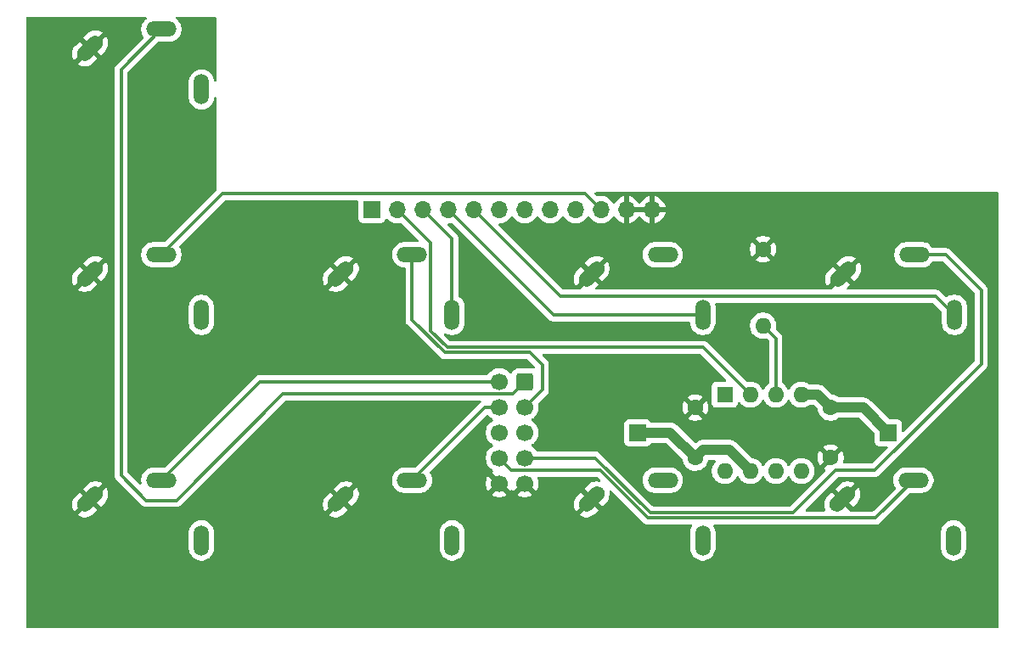
<source format=gbl>
G04 #@! TF.GenerationSoftware,KiCad,Pcbnew,9.0.0*
G04 #@! TF.CreationDate,2025-03-15T23:03:29+01:00*
G04 #@! TF.ProjectId,DMH_VCO_40106_PCB_Conn_Mk2,444d485f-5643-44f5-9f34-303130365f50,1*
G04 #@! TF.SameCoordinates,Original*
G04 #@! TF.FileFunction,Copper,L2,Bot*
G04 #@! TF.FilePolarity,Positive*
%FSLAX46Y46*%
G04 Gerber Fmt 4.6, Leading zero omitted, Abs format (unit mm)*
G04 Created by KiCad (PCBNEW 9.0.0) date 2025-03-15 23:03:29*
%MOMM*%
%LPD*%
G01*
G04 APERTURE LIST*
G04 Aperture macros list*
%AMRoundRect*
0 Rectangle with rounded corners*
0 $1 Rounding radius*
0 $2 $3 $4 $5 $6 $7 $8 $9 X,Y pos of 4 corners*
0 Add a 4 corners polygon primitive as box body*
4,1,4,$2,$3,$4,$5,$6,$7,$8,$9,$2,$3,0*
0 Add four circle primitives for the rounded corners*
1,1,$1+$1,$2,$3*
1,1,$1+$1,$4,$5*
1,1,$1+$1,$6,$7*
1,1,$1+$1,$8,$9*
0 Add four rect primitives between the rounded corners*
20,1,$1+$1,$2,$3,$4,$5,0*
20,1,$1+$1,$4,$5,$6,$7,0*
20,1,$1+$1,$6,$7,$8,$9,0*
20,1,$1+$1,$8,$9,$2,$3,0*%
%AMHorizOval*
0 Thick line with rounded ends*
0 $1 width*
0 $2 $3 position (X,Y) of the first rounded end (center of the circle)*
0 $4 $5 position (X,Y) of the second rounded end (center of the circle)*
0 Add line between two ends*
20,1,$1,$2,$3,$4,$5,0*
0 Add two circle primitives to create the rounded ends*
1,1,$1,$2,$3*
1,1,$1,$4,$5*%
G04 Aperture macros list end*
G04 #@! TA.AperFunction,ComponentPad*
%ADD10HorizOval,1.508000X-0.533159X-0.533159X0.533159X0.533159X0*%
G04 #@! TD*
G04 #@! TA.AperFunction,ComponentPad*
%ADD11O,1.508000X3.016000*%
G04 #@! TD*
G04 #@! TA.AperFunction,ComponentPad*
%ADD12O,3.016000X1.508000*%
G04 #@! TD*
G04 #@! TA.AperFunction,ComponentPad*
%ADD13R,1.700000X1.700000*%
G04 #@! TD*
G04 #@! TA.AperFunction,ComponentPad*
%ADD14O,1.700000X1.700000*%
G04 #@! TD*
G04 #@! TA.AperFunction,ComponentPad*
%ADD15C,1.600000*%
G04 #@! TD*
G04 #@! TA.AperFunction,ComponentPad*
%ADD16R,1.600000X1.600000*%
G04 #@! TD*
G04 #@! TA.AperFunction,ComponentPad*
%ADD17O,1.600000X1.600000*%
G04 #@! TD*
G04 #@! TA.AperFunction,ComponentPad*
%ADD18RoundRect,0.250000X0.600000X0.600000X-0.600000X0.600000X-0.600000X-0.600000X0.600000X-0.600000X0*%
G04 #@! TD*
G04 #@! TA.AperFunction,ComponentPad*
%ADD19C,1.700000*%
G04 #@! TD*
G04 #@! TA.AperFunction,Conductor*
%ADD20C,0.300000*%
G04 #@! TD*
G04 #@! TA.AperFunction,Conductor*
%ADD21C,1.000000*%
G04 #@! TD*
G04 APERTURE END LIST*
D10*
X132903810Y-224153810D03*
D11*
X144000000Y-228250000D03*
D12*
X140000000Y-222250000D03*
D10*
X82903810Y-224153810D03*
D11*
X94000000Y-228250000D03*
D12*
X90000000Y-222250000D03*
D10*
X57903810Y-179153810D03*
D11*
X69000000Y-183250000D03*
D12*
X65000000Y-177250000D03*
D10*
X57903810Y-201653810D03*
D11*
X69000000Y-205750000D03*
D12*
X65000000Y-199750000D03*
D10*
X133000000Y-201653810D03*
D11*
X144096190Y-205750000D03*
D12*
X140096190Y-199750000D03*
D10*
X82903810Y-201653810D03*
D11*
X94000000Y-205750000D03*
D12*
X90000000Y-199750000D03*
D10*
X107903810Y-224153810D03*
D11*
X119000000Y-228250000D03*
D12*
X115000000Y-222250000D03*
D10*
X107903810Y-201653810D03*
D11*
X119000000Y-205750000D03*
D12*
X115000000Y-199750000D03*
D10*
X57903810Y-224153810D03*
D11*
X69000000Y-228250000D03*
D12*
X65000000Y-222250000D03*
D13*
X86010000Y-195250000D03*
D14*
X88550000Y-195250000D03*
X91090000Y-195250000D03*
X93630000Y-195250000D03*
X96170000Y-195250000D03*
X98710000Y-195250000D03*
X101250000Y-195250000D03*
X103790000Y-195250000D03*
X106330000Y-195250000D03*
X108870000Y-195250000D03*
X111410000Y-195250000D03*
X113950000Y-195250000D03*
D15*
X118250000Y-220000000D03*
X118250000Y-215000000D03*
D13*
X137500000Y-217500000D03*
X112500000Y-217500000D03*
D16*
X121200000Y-213700000D03*
D17*
X123740000Y-213700000D03*
X126280000Y-213700000D03*
X128820000Y-213700000D03*
X128820000Y-221320000D03*
X126280000Y-221320000D03*
X123740000Y-221320000D03*
X121200000Y-221320000D03*
D18*
X101252500Y-212420000D03*
D19*
X101252500Y-214960000D03*
X101252500Y-217500000D03*
X101252500Y-220040000D03*
X101252500Y-222580000D03*
X98712500Y-212420000D03*
X98712500Y-214960000D03*
X98712500Y-217500000D03*
X98712500Y-220040000D03*
X98712500Y-222580000D03*
D15*
X131750000Y-215000000D03*
X131750000Y-220000000D03*
X125000000Y-199190000D03*
D17*
X125000000Y-206810000D03*
D20*
X107270000Y-193650000D02*
X108870000Y-195250000D01*
X65000000Y-199750000D02*
X71100000Y-193650000D01*
X71100000Y-193650000D02*
X107270000Y-193650000D01*
X66500000Y-224250000D02*
X77130000Y-213620000D01*
X100052500Y-213620000D02*
X101252500Y-212420000D01*
X77130000Y-213620000D02*
X100052500Y-213620000D01*
X65000000Y-177250000D02*
X61000000Y-181250000D01*
X61000000Y-181250000D02*
X61000000Y-221750000D01*
X61000000Y-221750000D02*
X63500000Y-224250000D01*
X63500000Y-224250000D02*
X66500000Y-224250000D01*
X113750000Y-225500000D02*
X128000000Y-225500000D01*
X136150000Y-221250000D02*
X146750000Y-210650000D01*
X101252500Y-220040000D02*
X108290000Y-220040000D01*
X146750000Y-203250000D02*
X143250000Y-199750000D01*
X108290000Y-220040000D02*
X113750000Y-225500000D01*
X132250000Y-221250000D02*
X136150000Y-221250000D01*
X146750000Y-210650000D02*
X146750000Y-203250000D01*
X143250000Y-199750000D02*
X140096190Y-199750000D01*
X128000000Y-225500000D02*
X132250000Y-221250000D01*
D21*
X119049999Y-219200001D02*
X121620001Y-219200001D01*
X121620001Y-219200001D02*
X123740000Y-221320000D01*
X112500000Y-217500000D02*
X115750000Y-217500000D01*
X118250000Y-220000000D02*
X119049999Y-219200001D01*
X115750000Y-217500000D02*
X118250000Y-220000000D01*
D20*
X65000000Y-222250000D02*
X74830000Y-212420000D01*
X74830000Y-212420000D02*
X98712500Y-212420000D01*
X97290000Y-214960000D02*
X90000000Y-222250000D01*
X98712500Y-214960000D02*
X97290000Y-214960000D01*
X98712500Y-220040000D02*
X99912500Y-221240000D01*
X108740000Y-221240000D02*
X113500000Y-226000000D01*
X99912500Y-221240000D02*
X108740000Y-221240000D01*
X136250000Y-226000000D02*
X140000000Y-222250000D01*
X113500000Y-226000000D02*
X136250000Y-226000000D01*
D21*
X131750000Y-215000000D02*
X135000000Y-215000000D01*
X135000000Y-215000000D02*
X137500000Y-217500000D01*
X130450000Y-213700000D02*
X131750000Y-215000000D01*
X128820000Y-213700000D02*
X130450000Y-213700000D01*
D20*
X126280000Y-208090000D02*
X125000000Y-206810000D01*
X126280000Y-213700000D02*
X126280000Y-208090000D01*
X91090000Y-195250000D02*
X94000000Y-198160000D01*
X94000000Y-198160000D02*
X94000000Y-205750000D01*
X104130000Y-205750000D02*
X119000000Y-205750000D01*
X93630000Y-195250000D02*
X104130000Y-205750000D01*
X104812000Y-203892000D02*
X142238190Y-203892000D01*
X96170000Y-195250000D02*
X104812000Y-203892000D01*
X142238190Y-203892000D02*
X144096190Y-205750000D01*
X88550000Y-195250000D02*
X91858000Y-198558000D01*
X91858000Y-198558000D02*
X91858000Y-207358000D01*
X93500000Y-209000000D02*
X119040000Y-209000000D01*
X123740000Y-213700000D02*
X123740000Y-213740000D01*
X91858000Y-207358000D02*
X93500000Y-209000000D01*
X119040000Y-209000000D02*
X123740000Y-213700000D01*
X90000000Y-199750000D02*
X90000000Y-206250000D01*
X103000000Y-213212500D02*
X101252500Y-214960000D01*
X101750000Y-209500000D02*
X103000000Y-210750000D01*
X103000000Y-210750000D02*
X103000000Y-213212500D01*
X90000000Y-206250000D02*
X93250000Y-209500000D01*
X93250000Y-209500000D02*
X101750000Y-209500000D01*
G04 #@! TA.AperFunction,Conductor*
G36*
X63516913Y-176020185D02*
G01*
X63562668Y-176072989D01*
X63572612Y-176142147D01*
X63543587Y-176205703D01*
X63522761Y-176224816D01*
X63486182Y-176251392D01*
X63428747Y-176293121D01*
X63289115Y-176432753D01*
X63173058Y-176592495D01*
X63083408Y-176768441D01*
X63022389Y-176956236D01*
X62991500Y-177151263D01*
X62991500Y-177348736D01*
X63022389Y-177543763D01*
X63061507Y-177664153D01*
X63083409Y-177731561D01*
X63173055Y-177907499D01*
X63173056Y-177907501D01*
X63215796Y-177966329D01*
X63239275Y-178032136D01*
X63223449Y-178100189D01*
X63203158Y-178126894D01*
X60494726Y-180835326D01*
X60423534Y-180941874D01*
X60374499Y-181060255D01*
X60374497Y-181060261D01*
X60349500Y-181185928D01*
X60349500Y-221814070D01*
X60350338Y-221818282D01*
X60366693Y-221900500D01*
X60371928Y-221926819D01*
X60374499Y-221939744D01*
X60423534Y-222058125D01*
X60494726Y-222164673D01*
X63085326Y-224755273D01*
X63085329Y-224755275D01*
X63085331Y-224755277D01*
X63191873Y-224826465D01*
X63310256Y-224875501D01*
X63310260Y-224875501D01*
X63310261Y-224875502D01*
X63435928Y-224900500D01*
X63435931Y-224900500D01*
X66564071Y-224900500D01*
X66648615Y-224883682D01*
X66689744Y-224875501D01*
X66808127Y-224826465D01*
X66914669Y-224755277D01*
X66919980Y-224749966D01*
X67081670Y-224588277D01*
X81116651Y-224588277D01*
X81116651Y-224785660D01*
X81147529Y-224980616D01*
X81208521Y-225168335D01*
X81208522Y-225168338D01*
X81298134Y-225344210D01*
X81324106Y-225379958D01*
X81324107Y-225379958D01*
X81890517Y-224813547D01*
X81907555Y-224877132D01*
X81973381Y-224991147D01*
X82066473Y-225084239D01*
X82180488Y-225150065D01*
X82244069Y-225167101D01*
X81677660Y-225733510D01*
X81677660Y-225733511D01*
X81713415Y-225759488D01*
X81889281Y-225849097D01*
X81889284Y-225849098D01*
X82077003Y-225910090D01*
X82271960Y-225940969D01*
X82469342Y-225940969D01*
X82664298Y-225910090D01*
X82852017Y-225849098D01*
X82852020Y-225849097D01*
X83027890Y-225759486D01*
X83187578Y-225643464D01*
X83187579Y-225643464D01*
X83232473Y-225598571D01*
X83613745Y-225217298D01*
X83613745Y-225217297D01*
X83080586Y-224684139D01*
X83434139Y-224330586D01*
X83967298Y-224863745D01*
X84335319Y-224495724D01*
X84393463Y-224437579D01*
X84393463Y-224437578D01*
X84509485Y-224277889D01*
X84509489Y-224277883D01*
X84599097Y-224102021D01*
X84599099Y-224102015D01*
X84660090Y-223914300D01*
X84690969Y-223719343D01*
X84690969Y-223521959D01*
X84660090Y-223327003D01*
X84599098Y-223139284D01*
X84599097Y-223139281D01*
X84509489Y-222963419D01*
X84509481Y-222963406D01*
X84483511Y-222927661D01*
X84483510Y-222927660D01*
X83917102Y-223494068D01*
X83900066Y-223430488D01*
X83834240Y-223316472D01*
X83741148Y-223223380D01*
X83627132Y-223157554D01*
X83563548Y-223140516D01*
X84129958Y-222574108D01*
X84094208Y-222548134D01*
X83918338Y-222458522D01*
X83918335Y-222458521D01*
X83730616Y-222397529D01*
X83535660Y-222366651D01*
X83338277Y-222366651D01*
X83143319Y-222397529D01*
X82955604Y-222458520D01*
X82955598Y-222458522D01*
X82779736Y-222548130D01*
X82779730Y-222548134D01*
X82620044Y-222664153D01*
X82193874Y-223090321D01*
X82727033Y-223623480D01*
X82373480Y-223977033D01*
X81840321Y-223443874D01*
X81840320Y-223443874D01*
X81414156Y-223870039D01*
X81414155Y-223870041D01*
X81298133Y-224029729D01*
X81208522Y-224205599D01*
X81208521Y-224205602D01*
X81147529Y-224393321D01*
X81116651Y-224588277D01*
X67081670Y-224588277D01*
X67174223Y-224495724D01*
X68718670Y-222951277D01*
X77363126Y-214306819D01*
X77424449Y-214273334D01*
X77450807Y-214270500D01*
X96760191Y-214270500D01*
X96827230Y-214290185D01*
X96872985Y-214342989D01*
X96882929Y-214412147D01*
X96853904Y-214475703D01*
X96847872Y-214482181D01*
X90370873Y-220959181D01*
X90309550Y-220992666D01*
X90283192Y-220995500D01*
X89147264Y-220995500D01*
X88952236Y-221026389D01*
X88764441Y-221087408D01*
X88588495Y-221177058D01*
X88428753Y-221293115D01*
X88289115Y-221432753D01*
X88173058Y-221592495D01*
X88173056Y-221592499D01*
X88090118Y-221755273D01*
X88083408Y-221768441D01*
X88022389Y-221956236D01*
X87991500Y-222151263D01*
X87991500Y-222348736D01*
X88022389Y-222543763D01*
X88068685Y-222686246D01*
X88083409Y-222731561D01*
X88173055Y-222907499D01*
X88173058Y-222907504D01*
X88289115Y-223067246D01*
X88428753Y-223206884D01*
X88539788Y-223287554D01*
X88588499Y-223322944D01*
X88764439Y-223412591D01*
X88860719Y-223443874D01*
X88952236Y-223473610D01*
X89147264Y-223504500D01*
X89147269Y-223504500D01*
X90852736Y-223504500D01*
X91047763Y-223473610D01*
X91235561Y-223412591D01*
X91411501Y-223322944D01*
X91543342Y-223227157D01*
X91571246Y-223206884D01*
X91571248Y-223206881D01*
X91571252Y-223206879D01*
X91710879Y-223067252D01*
X91710881Y-223067248D01*
X91710884Y-223067246D01*
X91784203Y-222966329D01*
X91826944Y-222907501D01*
X91916591Y-222731561D01*
X91977610Y-222543763D01*
X91980547Y-222525218D01*
X91992543Y-222449483D01*
X92008500Y-222348736D01*
X92008500Y-222151263D01*
X91977610Y-221956236D01*
X91948128Y-221865501D01*
X91916591Y-221768439D01*
X91826944Y-221592499D01*
X91784203Y-221533670D01*
X91760723Y-221467864D01*
X91776549Y-221399810D01*
X91796836Y-221373108D01*
X97431509Y-215738435D01*
X97492830Y-215704952D01*
X97562522Y-215709936D01*
X97618455Y-215751808D01*
X97619506Y-215753233D01*
X97682390Y-215839785D01*
X97682394Y-215839790D01*
X97832713Y-215990109D01*
X98004682Y-216115050D01*
X98013446Y-216119516D01*
X98064242Y-216167491D01*
X98081036Y-216235312D01*
X98058498Y-216301447D01*
X98013446Y-216340484D01*
X98004682Y-216344949D01*
X97832713Y-216469890D01*
X97682390Y-216620213D01*
X97557451Y-216792179D01*
X97460944Y-216981585D01*
X97395253Y-217183760D01*
X97362000Y-217393713D01*
X97362000Y-217606286D01*
X97395253Y-217816239D01*
X97460944Y-218018414D01*
X97557451Y-218207820D01*
X97682390Y-218379786D01*
X97832713Y-218530109D01*
X98004682Y-218655050D01*
X98013446Y-218659516D01*
X98064242Y-218707491D01*
X98081036Y-218775312D01*
X98058498Y-218841447D01*
X98013446Y-218880484D01*
X98004682Y-218884949D01*
X97832713Y-219009890D01*
X97682390Y-219160213D01*
X97557451Y-219332179D01*
X97460944Y-219521585D01*
X97395253Y-219723760D01*
X97362000Y-219933713D01*
X97362000Y-220146286D01*
X97393021Y-220342148D01*
X97395254Y-220356243D01*
X97441711Y-220499223D01*
X97460944Y-220558414D01*
X97557451Y-220747820D01*
X97682390Y-220919786D01*
X97832713Y-221070109D01*
X98004679Y-221195048D01*
X98004681Y-221195049D01*
X98004684Y-221195051D01*
X98013993Y-221199794D01*
X98064790Y-221247766D01*
X98081587Y-221315587D01*
X98059052Y-221381722D01*
X98014005Y-221420760D01*
X98004946Y-221425376D01*
X98004940Y-221425380D01*
X97950782Y-221464727D01*
X97950782Y-221464728D01*
X98583091Y-222097037D01*
X98519507Y-222114075D01*
X98405493Y-222179901D01*
X98312401Y-222272993D01*
X98246575Y-222387007D01*
X98229537Y-222450591D01*
X97597228Y-221818282D01*
X97597227Y-221818282D01*
X97557880Y-221872439D01*
X97461404Y-222061782D01*
X97395742Y-222263869D01*
X97395742Y-222263872D01*
X97362500Y-222473753D01*
X97362500Y-222686246D01*
X97395742Y-222896127D01*
X97395742Y-222896130D01*
X97461404Y-223098217D01*
X97557875Y-223287550D01*
X97597228Y-223341716D01*
X98229537Y-222709408D01*
X98246575Y-222772993D01*
X98312401Y-222887007D01*
X98405493Y-222980099D01*
X98519507Y-223045925D01*
X98583090Y-223062962D01*
X97950782Y-223695269D01*
X97950782Y-223695270D01*
X98004949Y-223734624D01*
X98194282Y-223831095D01*
X98396370Y-223896757D01*
X98606254Y-223930000D01*
X98818746Y-223930000D01*
X99028627Y-223896757D01*
X99028630Y-223896757D01*
X99230717Y-223831095D01*
X99420054Y-223734622D01*
X99474216Y-223695270D01*
X99474217Y-223695270D01*
X98841908Y-223062962D01*
X98905493Y-223045925D01*
X99019507Y-222980099D01*
X99112599Y-222887007D01*
X99178425Y-222772993D01*
X99195462Y-222709408D01*
X99827770Y-223341717D01*
X99827770Y-223341716D01*
X99867122Y-223287554D01*
X99872014Y-223277954D01*
X99919988Y-223227157D01*
X99987808Y-223210361D01*
X100053944Y-223232897D01*
X100092986Y-223277954D01*
X100097875Y-223287550D01*
X100137228Y-223341716D01*
X100769536Y-222709407D01*
X100786575Y-222772993D01*
X100852401Y-222887007D01*
X100945493Y-222980099D01*
X101059507Y-223045925D01*
X101123090Y-223062962D01*
X100490782Y-223695269D01*
X100490782Y-223695270D01*
X100544949Y-223734624D01*
X100734282Y-223831095D01*
X100936370Y-223896757D01*
X101146254Y-223930000D01*
X101358746Y-223930000D01*
X101568627Y-223896757D01*
X101568630Y-223896757D01*
X101770717Y-223831095D01*
X101960054Y-223734622D01*
X102014216Y-223695270D01*
X102014217Y-223695270D01*
X101381908Y-223062962D01*
X101445493Y-223045925D01*
X101559507Y-222980099D01*
X101652599Y-222887007D01*
X101718425Y-222772993D01*
X101735462Y-222709409D01*
X102367770Y-223341717D01*
X102367770Y-223341716D01*
X102407122Y-223287554D01*
X102503595Y-223098217D01*
X102569257Y-222896130D01*
X102569257Y-222896127D01*
X102602500Y-222686246D01*
X102602500Y-222473753D01*
X102569257Y-222263872D01*
X102569257Y-222263869D01*
X102502089Y-222057146D01*
X102503115Y-222056812D01*
X102496196Y-221992490D01*
X102527467Y-221930009D01*
X102587554Y-221894353D01*
X102618227Y-221890500D01*
X108419192Y-221890500D01*
X108486231Y-221910185D01*
X108506873Y-221926819D01*
X108754205Y-222174151D01*
X108787690Y-222235474D01*
X108782706Y-222305166D01*
X108740834Y-222361099D01*
X108675370Y-222385516D01*
X108647127Y-222384305D01*
X108535661Y-222366651D01*
X108338277Y-222366651D01*
X108143319Y-222397529D01*
X107955604Y-222458520D01*
X107955598Y-222458522D01*
X107779736Y-222548130D01*
X107779730Y-222548134D01*
X107620044Y-222664153D01*
X107193874Y-223090321D01*
X107727033Y-223623479D01*
X107373480Y-223977033D01*
X106840321Y-223443874D01*
X106840320Y-223443874D01*
X106414156Y-223870039D01*
X106414155Y-223870041D01*
X106298133Y-224029729D01*
X106208522Y-224205599D01*
X106208521Y-224205602D01*
X106147529Y-224393321D01*
X106116651Y-224588277D01*
X106116651Y-224785660D01*
X106147529Y-224980616D01*
X106208521Y-225168335D01*
X106208522Y-225168338D01*
X106298134Y-225344210D01*
X106324106Y-225379958D01*
X106324107Y-225379958D01*
X106890517Y-224813547D01*
X106907555Y-224877132D01*
X106973381Y-224991147D01*
X107066473Y-225084239D01*
X107180488Y-225150065D01*
X107244069Y-225167101D01*
X106677660Y-225733510D01*
X106677660Y-225733511D01*
X106713415Y-225759488D01*
X106889281Y-225849097D01*
X106889284Y-225849098D01*
X107077003Y-225910090D01*
X107271960Y-225940969D01*
X107469342Y-225940969D01*
X107664298Y-225910090D01*
X107852017Y-225849098D01*
X107852020Y-225849097D01*
X108027890Y-225759486D01*
X108187578Y-225643464D01*
X108187579Y-225643464D01*
X108613745Y-225217298D01*
X108613745Y-225217297D01*
X108080586Y-224684139D01*
X108434139Y-224330586D01*
X108967297Y-224863745D01*
X108967298Y-224863745D01*
X109393463Y-224437579D01*
X109393463Y-224437578D01*
X109509485Y-224277889D01*
X109509489Y-224277883D01*
X109599097Y-224102021D01*
X109599099Y-224102015D01*
X109660090Y-223914300D01*
X109690969Y-223719343D01*
X109690969Y-223521960D01*
X109673314Y-223410493D01*
X109682268Y-223341200D01*
X109727264Y-223287748D01*
X109794016Y-223267108D01*
X109861330Y-223285833D01*
X109883468Y-223303414D01*
X113085325Y-226505272D01*
X113085332Y-226505278D01*
X113191868Y-226576462D01*
X113191874Y-226576466D01*
X113261221Y-226605189D01*
X113310256Y-226625501D01*
X113310259Y-226625501D01*
X113310260Y-226625502D01*
X113435928Y-226650500D01*
X113435931Y-226650500D01*
X117820844Y-226650500D01*
X117887883Y-226670185D01*
X117933638Y-226722989D01*
X117943582Y-226792147D01*
X117928553Y-226833793D01*
X117929268Y-226834158D01*
X117837408Y-227014441D01*
X117776389Y-227202236D01*
X117745500Y-227397263D01*
X117745500Y-229102736D01*
X117776389Y-229297763D01*
X117837408Y-229485558D01*
X117837409Y-229485561D01*
X117927056Y-229661501D01*
X117927058Y-229661504D01*
X118043115Y-229821246D01*
X118182753Y-229960884D01*
X118332234Y-230069486D01*
X118342499Y-230076944D01*
X118518439Y-230166591D01*
X118643637Y-230207270D01*
X118706236Y-230227610D01*
X118901264Y-230258500D01*
X118901269Y-230258500D01*
X119098736Y-230258500D01*
X119293763Y-230227610D01*
X119481561Y-230166591D01*
X119657501Y-230076944D01*
X119747192Y-230011779D01*
X119817246Y-229960884D01*
X119817248Y-229960881D01*
X119817252Y-229960879D01*
X119956879Y-229821252D01*
X119956881Y-229821248D01*
X119956884Y-229821246D01*
X120007779Y-229751192D01*
X120072944Y-229661501D01*
X120162591Y-229485561D01*
X120223610Y-229297763D01*
X120254500Y-229102736D01*
X120254500Y-227397263D01*
X142745500Y-227397263D01*
X142745500Y-229102736D01*
X142776389Y-229297763D01*
X142837408Y-229485558D01*
X142837409Y-229485561D01*
X142927056Y-229661501D01*
X142927058Y-229661504D01*
X143043115Y-229821246D01*
X143182753Y-229960884D01*
X143332234Y-230069486D01*
X143342499Y-230076944D01*
X143518439Y-230166591D01*
X143643637Y-230207270D01*
X143706236Y-230227610D01*
X143901264Y-230258500D01*
X143901269Y-230258500D01*
X144098736Y-230258500D01*
X144293763Y-230227610D01*
X144481561Y-230166591D01*
X144657501Y-230076944D01*
X144747192Y-230011779D01*
X144817246Y-229960884D01*
X144817248Y-229960881D01*
X144817252Y-229960879D01*
X144956879Y-229821252D01*
X144956881Y-229821248D01*
X144956884Y-229821246D01*
X145007779Y-229751192D01*
X145072944Y-229661501D01*
X145162591Y-229485561D01*
X145223610Y-229297763D01*
X145254500Y-229102736D01*
X145254500Y-227397263D01*
X145223610Y-227202236D01*
X145203270Y-227139637D01*
X145162591Y-227014439D01*
X145072944Y-226838499D01*
X145024520Y-226771848D01*
X144956884Y-226678753D01*
X144817246Y-226539115D01*
X144657504Y-226423058D01*
X144657503Y-226423057D01*
X144657501Y-226423056D01*
X144481561Y-226333409D01*
X144481558Y-226333408D01*
X144293763Y-226272389D01*
X144098736Y-226241500D01*
X144098731Y-226241500D01*
X143901269Y-226241500D01*
X143901264Y-226241500D01*
X143706236Y-226272389D01*
X143518441Y-226333408D01*
X143342495Y-226423058D01*
X143182753Y-226539115D01*
X143043115Y-226678753D01*
X142927058Y-226838495D01*
X142837408Y-227014441D01*
X142776389Y-227202236D01*
X142745500Y-227397263D01*
X120254500Y-227397263D01*
X120223610Y-227202236D01*
X120203270Y-227139637D01*
X120162591Y-227014439D01*
X120072944Y-226838499D01*
X120072943Y-226838498D01*
X120070732Y-226834158D01*
X120071883Y-226833571D01*
X120055184Y-226771848D01*
X120076298Y-226705245D01*
X120130069Y-226660630D01*
X120179156Y-226650500D01*
X136314071Y-226650500D01*
X136398615Y-226633682D01*
X136439744Y-226625501D01*
X136558127Y-226576465D01*
X136664669Y-226505277D01*
X139629127Y-223540819D01*
X139690450Y-223507334D01*
X139716808Y-223504500D01*
X140852736Y-223504500D01*
X141047763Y-223473610D01*
X141235561Y-223412591D01*
X141411501Y-223322944D01*
X141543342Y-223227157D01*
X141571246Y-223206884D01*
X141571248Y-223206881D01*
X141571252Y-223206879D01*
X141710879Y-223067252D01*
X141710881Y-223067248D01*
X141710884Y-223067246D01*
X141784203Y-222966329D01*
X141826944Y-222907501D01*
X141916591Y-222731561D01*
X141977610Y-222543763D01*
X141980547Y-222525218D01*
X142008500Y-222348736D01*
X142008500Y-222151263D01*
X141977610Y-221956236D01*
X141948128Y-221865501D01*
X141916591Y-221768439D01*
X141826944Y-221592499D01*
X141784203Y-221533670D01*
X141710884Y-221432753D01*
X141571246Y-221293115D01*
X141411504Y-221177058D01*
X141411503Y-221177057D01*
X141411501Y-221177056D01*
X141235561Y-221087409D01*
X141235558Y-221087408D01*
X141047763Y-221026389D01*
X140852736Y-220995500D01*
X140852731Y-220995500D01*
X139147269Y-220995500D01*
X139147264Y-220995500D01*
X138952236Y-221026389D01*
X138764441Y-221087408D01*
X138588495Y-221177058D01*
X138428753Y-221293115D01*
X138289115Y-221432753D01*
X138173058Y-221592495D01*
X138173056Y-221592499D01*
X138090118Y-221755273D01*
X138083408Y-221768441D01*
X138022389Y-221956236D01*
X137991500Y-222151263D01*
X137991500Y-222348736D01*
X138022389Y-222543763D01*
X138068685Y-222686246D01*
X138083409Y-222731561D01*
X138104520Y-222772993D01*
X138173055Y-222907499D01*
X138173056Y-222907501D01*
X138215796Y-222966329D01*
X138239275Y-223032136D01*
X138223449Y-223100189D01*
X138203158Y-223126894D01*
X136016873Y-225313181D01*
X135955550Y-225346666D01*
X135929192Y-225349500D01*
X133737745Y-225349500D01*
X133670706Y-225329815D01*
X133624951Y-225277011D01*
X133613745Y-225225500D01*
X133613745Y-225217297D01*
X133080586Y-224684139D01*
X133434139Y-224330586D01*
X133967297Y-224863745D01*
X134393463Y-224437579D01*
X134393463Y-224437578D01*
X134509485Y-224277889D01*
X134509489Y-224277883D01*
X134599097Y-224102021D01*
X134599099Y-224102015D01*
X134660090Y-223914300D01*
X134690969Y-223719343D01*
X134690969Y-223521959D01*
X134660090Y-223327003D01*
X134599098Y-223139284D01*
X134599097Y-223139281D01*
X134509489Y-222963419D01*
X134509481Y-222963406D01*
X134483511Y-222927661D01*
X134483510Y-222927660D01*
X133917102Y-223494068D01*
X133900066Y-223430488D01*
X133834240Y-223316472D01*
X133741148Y-223223380D01*
X133627132Y-223157554D01*
X133563548Y-223140516D01*
X134129958Y-222574108D01*
X134094208Y-222548134D01*
X133918338Y-222458522D01*
X133918335Y-222458521D01*
X133730616Y-222397529D01*
X133535660Y-222366651D01*
X133338277Y-222366651D01*
X133143319Y-222397529D01*
X132955604Y-222458520D01*
X132955598Y-222458522D01*
X132779736Y-222548130D01*
X132779730Y-222548134D01*
X132620044Y-222664153D01*
X132193874Y-223090321D01*
X132727033Y-223623480D01*
X132373480Y-223977033D01*
X131840322Y-223443874D01*
X131840320Y-223443874D01*
X131414156Y-223870039D01*
X131414155Y-223870041D01*
X131298133Y-224029729D01*
X131208522Y-224205599D01*
X131208521Y-224205602D01*
X131147529Y-224393321D01*
X131116651Y-224588277D01*
X131116651Y-224785660D01*
X131147529Y-224980616D01*
X131208521Y-225168335D01*
X131208525Y-225168344D01*
X131208961Y-225169199D01*
X131209028Y-225169559D01*
X131210388Y-225172841D01*
X131209698Y-225173126D01*
X131221862Y-225237867D01*
X131195589Y-225302609D01*
X131138485Y-225342869D01*
X131098480Y-225349500D01*
X129369808Y-225349500D01*
X129302769Y-225329815D01*
X129257014Y-225277011D01*
X129247070Y-225207853D01*
X129276095Y-225144297D01*
X129282127Y-225137819D01*
X132483127Y-221936819D01*
X132544450Y-221903334D01*
X132570808Y-221900500D01*
X136214071Y-221900500D01*
X136298615Y-221883682D01*
X136339744Y-221875501D01*
X136458127Y-221826465D01*
X136564669Y-221755277D01*
X147255277Y-211064669D01*
X147326465Y-210958127D01*
X147375501Y-210839744D01*
X147400500Y-210714069D01*
X147400500Y-203185931D01*
X147400500Y-203185928D01*
X147375502Y-203060261D01*
X147375501Y-203060260D01*
X147375501Y-203060256D01*
X147326465Y-202941873D01*
X147326464Y-202941870D01*
X147255277Y-202835331D01*
X147255271Y-202835324D01*
X143664673Y-199244726D01*
X143664669Y-199244723D01*
X143558127Y-199173535D01*
X143470742Y-199137339D01*
X143439744Y-199124499D01*
X143439738Y-199124497D01*
X143314071Y-199099500D01*
X143314069Y-199099500D01*
X141991402Y-199099500D01*
X141924363Y-199079815D01*
X141891084Y-199048386D01*
X141807069Y-198932748D01*
X141667442Y-198793121D01*
X141667436Y-198793115D01*
X141507694Y-198677058D01*
X141507693Y-198677057D01*
X141507691Y-198677056D01*
X141331751Y-198587409D01*
X141331748Y-198587408D01*
X141143953Y-198526389D01*
X140948926Y-198495500D01*
X140948921Y-198495500D01*
X139243459Y-198495500D01*
X139243454Y-198495500D01*
X139048426Y-198526389D01*
X138860631Y-198587408D01*
X138684685Y-198677058D01*
X138524943Y-198793115D01*
X138385305Y-198932753D01*
X138269248Y-199092495D01*
X138179598Y-199268441D01*
X138118579Y-199456236D01*
X138087690Y-199651263D01*
X138087690Y-199848736D01*
X138118579Y-200043763D01*
X138179598Y-200231558D01*
X138179599Y-200231561D01*
X138262752Y-200394755D01*
X138269248Y-200407504D01*
X138385305Y-200567246D01*
X138524943Y-200706884D01*
X138674424Y-200815486D01*
X138684689Y-200822944D01*
X138860629Y-200912591D01*
X138956909Y-200943874D01*
X139048426Y-200973610D01*
X139243454Y-201004500D01*
X139243459Y-201004500D01*
X140948926Y-201004500D01*
X141143953Y-200973610D01*
X141147526Y-200972449D01*
X141331751Y-200912591D01*
X141507691Y-200822944D01*
X141597382Y-200757779D01*
X141667436Y-200706884D01*
X141667438Y-200706881D01*
X141667442Y-200706879D01*
X141807069Y-200567252D01*
X141891084Y-200451614D01*
X141946413Y-200408949D01*
X141991402Y-200400500D01*
X142929192Y-200400500D01*
X142996231Y-200420185D01*
X143016873Y-200436819D01*
X146063181Y-203483127D01*
X146096666Y-203544450D01*
X146099500Y-203570808D01*
X146099500Y-210329191D01*
X146079815Y-210396230D01*
X146063181Y-210416872D01*
X139062180Y-217417873D01*
X139000857Y-217451358D01*
X138931165Y-217446374D01*
X138875232Y-217404502D01*
X138850815Y-217339038D01*
X138850499Y-217330192D01*
X138850499Y-216602129D01*
X138850498Y-216602123D01*
X138850497Y-216602116D01*
X138844091Y-216542517D01*
X138842387Y-216537949D01*
X138793797Y-216407671D01*
X138793793Y-216407664D01*
X138707547Y-216292455D01*
X138707544Y-216292452D01*
X138592335Y-216206206D01*
X138592328Y-216206202D01*
X138457482Y-216155908D01*
X138457483Y-216155908D01*
X138397883Y-216149501D01*
X138397881Y-216149500D01*
X138397873Y-216149500D01*
X138397865Y-216149500D01*
X137615782Y-216149500D01*
X137548743Y-216129815D01*
X137528101Y-216113181D01*
X135781479Y-214366559D01*
X135781459Y-214366537D01*
X135637785Y-214222863D01*
X135637781Y-214222860D01*
X135473920Y-214113371D01*
X135473911Y-214113366D01*
X135353086Y-214063319D01*
X135353085Y-214063318D01*
X135345165Y-214060038D01*
X135291836Y-214037949D01*
X135141911Y-214008127D01*
X135121767Y-214004120D01*
X135098542Y-213999500D01*
X135098541Y-213999500D01*
X132625762Y-213999500D01*
X132558723Y-213979815D01*
X132552877Y-213975818D01*
X132431613Y-213887715D01*
X132431612Y-213887714D01*
X132431610Y-213887713D01*
X132374653Y-213858691D01*
X132249223Y-213794781D01*
X132054535Y-213731523D01*
X131906483Y-213708073D01*
X131843349Y-213678143D01*
X131838201Y-213673281D01*
X131234209Y-213069289D01*
X131234206Y-213069285D01*
X131234206Y-213069286D01*
X131227139Y-213062219D01*
X131227139Y-213062218D01*
X131087782Y-212922861D01*
X131087781Y-212922860D01*
X131087780Y-212922859D01*
X130923920Y-212813371D01*
X130923911Y-212813366D01*
X130851315Y-212783296D01*
X130795165Y-212760038D01*
X130741836Y-212737949D01*
X130741832Y-212737948D01*
X130741828Y-212737946D01*
X130645188Y-212718724D01*
X130548544Y-212699500D01*
X130548541Y-212699500D01*
X129695762Y-212699500D01*
X129628723Y-212679815D01*
X129622877Y-212675818D01*
X129501613Y-212587715D01*
X129501612Y-212587714D01*
X129501610Y-212587713D01*
X129421542Y-212546916D01*
X129319223Y-212494781D01*
X129124534Y-212431522D01*
X128949995Y-212403878D01*
X128922352Y-212399500D01*
X128717648Y-212399500D01*
X128693329Y-212403351D01*
X128515465Y-212431522D01*
X128320776Y-212494781D01*
X128138386Y-212587715D01*
X127972786Y-212708028D01*
X127828028Y-212852786D01*
X127707715Y-213018386D01*
X127660485Y-213111080D01*
X127612510Y-213161876D01*
X127544689Y-213178671D01*
X127478554Y-213156134D01*
X127439515Y-213111080D01*
X127418221Y-213069289D01*
X127392287Y-213018390D01*
X127322882Y-212922861D01*
X127271971Y-212852786D01*
X127127217Y-212708032D01*
X127127212Y-212708028D01*
X126981615Y-212602246D01*
X126938949Y-212546916D01*
X126930500Y-212501928D01*
X126930500Y-208025928D01*
X126905502Y-207900261D01*
X126905501Y-207900260D01*
X126905501Y-207900256D01*
X126856465Y-207781873D01*
X126820208Y-207727610D01*
X126820208Y-207727609D01*
X126785274Y-207675327D01*
X126785271Y-207675324D01*
X126307137Y-207197191D01*
X126273652Y-207135868D01*
X126272345Y-207090112D01*
X126300500Y-206912351D01*
X126300500Y-206707648D01*
X126268477Y-206505465D01*
X126218283Y-206350986D01*
X126205220Y-206310781D01*
X126205218Y-206310778D01*
X126205218Y-206310776D01*
X126168234Y-206238192D01*
X126112287Y-206128390D01*
X126104556Y-206117749D01*
X125991971Y-205962786D01*
X125847213Y-205818028D01*
X125681613Y-205697715D01*
X125681612Y-205697714D01*
X125681610Y-205697713D01*
X125624653Y-205668691D01*
X125499223Y-205604781D01*
X125304534Y-205541522D01*
X125129995Y-205513878D01*
X125102352Y-205509500D01*
X124897648Y-205509500D01*
X124873329Y-205513351D01*
X124695465Y-205541522D01*
X124500776Y-205604781D01*
X124318386Y-205697715D01*
X124152786Y-205818028D01*
X124008028Y-205962786D01*
X123887715Y-206128386D01*
X123794781Y-206310776D01*
X123731522Y-206505465D01*
X123699500Y-206707648D01*
X123699500Y-206912351D01*
X123731522Y-207114534D01*
X123794781Y-207309223D01*
X123858691Y-207434653D01*
X123872057Y-207460884D01*
X123887715Y-207491613D01*
X124008028Y-207657213D01*
X124152786Y-207801971D01*
X124307749Y-207914556D01*
X124318390Y-207922287D01*
X124434607Y-207981503D01*
X124500776Y-208015218D01*
X124500778Y-208015218D01*
X124500781Y-208015220D01*
X124605137Y-208049127D01*
X124695465Y-208078477D01*
X124796557Y-208094488D01*
X124897648Y-208110500D01*
X124897649Y-208110500D01*
X125102351Y-208110500D01*
X125102352Y-208110500D01*
X125280112Y-208082345D01*
X125349405Y-208091299D01*
X125387191Y-208117137D01*
X125593181Y-208323127D01*
X125626666Y-208384450D01*
X125629500Y-208410808D01*
X125629500Y-212501928D01*
X125609815Y-212568967D01*
X125578385Y-212602246D01*
X125432787Y-212708028D01*
X125432782Y-212708032D01*
X125288028Y-212852786D01*
X125167715Y-213018386D01*
X125120485Y-213111080D01*
X125072510Y-213161876D01*
X125004689Y-213178671D01*
X124938554Y-213156134D01*
X124899515Y-213111080D01*
X124878221Y-213069289D01*
X124852287Y-213018390D01*
X124782882Y-212922861D01*
X124731971Y-212852786D01*
X124587213Y-212708028D01*
X124421613Y-212587715D01*
X124421612Y-212587714D01*
X124421610Y-212587713D01*
X124341542Y-212546916D01*
X124239223Y-212494781D01*
X124044534Y-212431522D01*
X123869995Y-212403878D01*
X123842352Y-212399500D01*
X123637648Y-212399500D01*
X123459886Y-212427654D01*
X123390593Y-212418699D01*
X123352808Y-212392862D01*
X119454674Y-208494727D01*
X119454673Y-208494726D01*
X119454669Y-208494723D01*
X119348127Y-208423535D01*
X119317401Y-208410808D01*
X119229744Y-208374499D01*
X119229738Y-208374497D01*
X119104071Y-208349500D01*
X119104069Y-208349500D01*
X93820808Y-208349500D01*
X93753769Y-208329815D01*
X93733127Y-208313181D01*
X93190726Y-207770780D01*
X93157241Y-207709457D01*
X93162225Y-207639765D01*
X93204097Y-207583832D01*
X93269561Y-207559415D01*
X93337834Y-207574267D01*
X93342150Y-207576766D01*
X93342498Y-207576943D01*
X93342499Y-207576944D01*
X93518439Y-207666591D01*
X93643637Y-207707270D01*
X93706236Y-207727610D01*
X93901264Y-207758500D01*
X93901269Y-207758500D01*
X94098736Y-207758500D01*
X94293763Y-207727610D01*
X94349632Y-207709457D01*
X94481561Y-207666591D01*
X94657501Y-207576944D01*
X94774954Y-207491610D01*
X94817246Y-207460884D01*
X94817248Y-207460881D01*
X94817252Y-207460879D01*
X94956879Y-207321252D01*
X94956881Y-207321248D01*
X94956884Y-207321246D01*
X95024445Y-207228254D01*
X95072944Y-207161501D01*
X95162591Y-206985561D01*
X95223610Y-206797763D01*
X95237883Y-206707648D01*
X95254500Y-206602736D01*
X95254500Y-204897263D01*
X95223610Y-204702236D01*
X95201755Y-204634974D01*
X95162591Y-204514439D01*
X95072944Y-204338499D01*
X95065486Y-204328234D01*
X94956884Y-204178753D01*
X94817252Y-204039121D01*
X94716329Y-203965797D01*
X94701614Y-203955105D01*
X94658949Y-203899777D01*
X94650500Y-203854788D01*
X94650500Y-198095928D01*
X94625502Y-197970261D01*
X94625501Y-197970260D01*
X94625501Y-197970256D01*
X94576465Y-197851873D01*
X94576464Y-197851870D01*
X94505277Y-197745331D01*
X94505271Y-197745324D01*
X93572127Y-196812181D01*
X93538642Y-196750858D01*
X93543626Y-196681167D01*
X93585498Y-196625233D01*
X93650962Y-196600816D01*
X93659808Y-196600500D01*
X93736286Y-196600500D01*
X93736287Y-196600500D01*
X93883207Y-196577230D01*
X93951055Y-196566484D01*
X93951315Y-196568128D01*
X94013852Y-196571250D01*
X94060711Y-196600657D01*
X103715324Y-206255271D01*
X103715327Y-206255274D01*
X103715330Y-206255276D01*
X103798400Y-206310781D01*
X103821873Y-206326465D01*
X103940256Y-206375501D01*
X103940260Y-206375501D01*
X103940261Y-206375502D01*
X104065928Y-206400500D01*
X104065931Y-206400500D01*
X117621500Y-206400500D01*
X117688539Y-206420185D01*
X117734294Y-206472989D01*
X117745500Y-206524500D01*
X117745500Y-206602736D01*
X117776389Y-206797763D01*
X117813622Y-206912352D01*
X117837409Y-206985561D01*
X117920045Y-207147741D01*
X117927058Y-207161504D01*
X118043115Y-207321246D01*
X118182753Y-207460884D01*
X118318372Y-207559415D01*
X118342499Y-207576944D01*
X118518439Y-207666591D01*
X118643637Y-207707270D01*
X118706236Y-207727610D01*
X118901264Y-207758500D01*
X118901269Y-207758500D01*
X119098736Y-207758500D01*
X119293763Y-207727610D01*
X119349632Y-207709457D01*
X119481561Y-207666591D01*
X119657501Y-207576944D01*
X119774954Y-207491610D01*
X119817246Y-207460884D01*
X119817248Y-207460881D01*
X119817252Y-207460879D01*
X119956879Y-207321252D01*
X119956881Y-207321248D01*
X119956884Y-207321246D01*
X120024445Y-207228254D01*
X120072944Y-207161501D01*
X120162591Y-206985561D01*
X120223610Y-206797763D01*
X120237883Y-206707648D01*
X120254500Y-206602736D01*
X120254500Y-204897263D01*
X120223609Y-204702236D01*
X120223609Y-204702233D01*
X120222472Y-204697494D01*
X120224227Y-204697072D01*
X120222455Y-204634974D01*
X120258537Y-204575142D01*
X120321238Y-204544316D01*
X120342380Y-204542500D01*
X141917382Y-204542500D01*
X141984421Y-204562185D01*
X142005063Y-204578819D01*
X142805371Y-205379127D01*
X142838856Y-205440450D01*
X142841690Y-205466808D01*
X142841690Y-206602736D01*
X142872579Y-206797763D01*
X142909812Y-206912352D01*
X142933599Y-206985561D01*
X143016235Y-207147741D01*
X143023248Y-207161504D01*
X143139305Y-207321246D01*
X143278943Y-207460884D01*
X143414562Y-207559415D01*
X143438689Y-207576944D01*
X143614629Y-207666591D01*
X143739827Y-207707270D01*
X143802426Y-207727610D01*
X143997454Y-207758500D01*
X143997459Y-207758500D01*
X144194926Y-207758500D01*
X144389953Y-207727610D01*
X144445822Y-207709457D01*
X144577751Y-207666591D01*
X144753691Y-207576944D01*
X144871144Y-207491610D01*
X144913436Y-207460884D01*
X144913438Y-207460881D01*
X144913442Y-207460879D01*
X145053069Y-207321252D01*
X145053071Y-207321248D01*
X145053074Y-207321246D01*
X145120635Y-207228254D01*
X145169134Y-207161501D01*
X145258781Y-206985561D01*
X145319800Y-206797763D01*
X145334073Y-206707648D01*
X145350690Y-206602736D01*
X145350690Y-204897263D01*
X145319800Y-204702236D01*
X145297945Y-204634974D01*
X145258781Y-204514439D01*
X145169134Y-204338499D01*
X145161676Y-204328234D01*
X145053074Y-204178753D01*
X144913436Y-204039115D01*
X144753694Y-203923058D01*
X144753693Y-203923057D01*
X144753691Y-203923056D01*
X144577751Y-203833409D01*
X144577748Y-203833408D01*
X144389953Y-203772389D01*
X144194926Y-203741500D01*
X144194921Y-203741500D01*
X143997459Y-203741500D01*
X143997454Y-203741500D01*
X143802426Y-203772389D01*
X143614631Y-203833408D01*
X143438690Y-203923055D01*
X143379859Y-203965797D01*
X143314052Y-203989275D01*
X143245999Y-203973448D01*
X143219295Y-203953158D01*
X142652863Y-203386726D01*
X142596548Y-203349098D01*
X142546317Y-203315535D01*
X142427934Y-203266499D01*
X142427928Y-203266497D01*
X142302261Y-203241500D01*
X142302259Y-203241500D01*
X133485096Y-203241500D01*
X133418057Y-203221815D01*
X133372302Y-203169011D01*
X133362358Y-203099853D01*
X133391383Y-203036297D01*
X133397415Y-203029819D01*
X133709935Y-202717298D01*
X133709935Y-202717297D01*
X133176776Y-202184139D01*
X133530329Y-201830586D01*
X134063488Y-202363745D01*
X134489653Y-201937579D01*
X134489653Y-201937578D01*
X134605675Y-201777889D01*
X134605679Y-201777883D01*
X134695287Y-201602021D01*
X134695289Y-201602015D01*
X134756280Y-201414300D01*
X134787159Y-201219343D01*
X134787159Y-201021959D01*
X134756280Y-200827003D01*
X134695288Y-200639284D01*
X134695287Y-200639281D01*
X134605679Y-200463419D01*
X134605671Y-200463406D01*
X134579701Y-200427661D01*
X134579700Y-200427660D01*
X134013292Y-200994068D01*
X133996256Y-200930488D01*
X133930430Y-200816472D01*
X133837338Y-200723380D01*
X133723322Y-200657554D01*
X133659738Y-200640516D01*
X134226148Y-200074108D01*
X134190398Y-200048134D01*
X134014528Y-199958522D01*
X134014525Y-199958521D01*
X133826806Y-199897529D01*
X133631850Y-199866651D01*
X133434467Y-199866651D01*
X133239509Y-199897529D01*
X133051794Y-199958520D01*
X133051788Y-199958522D01*
X132875926Y-200048130D01*
X132875920Y-200048134D01*
X132716234Y-200164153D01*
X132290064Y-200590321D01*
X132823223Y-201123480D01*
X132469670Y-201477033D01*
X131936511Y-200943874D01*
X131936510Y-200943874D01*
X131510346Y-201370039D01*
X131510345Y-201370041D01*
X131394323Y-201529729D01*
X131304712Y-201705599D01*
X131304711Y-201705602D01*
X131243719Y-201893321D01*
X131212841Y-202088277D01*
X131212841Y-202285660D01*
X131243719Y-202480616D01*
X131304711Y-202668335D01*
X131304712Y-202668338D01*
X131394324Y-202844210D01*
X131420296Y-202879958D01*
X131420297Y-202879958D01*
X131986707Y-202313547D01*
X132003745Y-202377132D01*
X132069571Y-202491147D01*
X132162663Y-202584239D01*
X132276678Y-202650065D01*
X132340260Y-202667101D01*
X131802181Y-203205181D01*
X131740858Y-203238666D01*
X131714500Y-203241500D01*
X108388906Y-203241500D01*
X108321867Y-203221815D01*
X108276112Y-203169011D01*
X108266168Y-203099853D01*
X108295193Y-203036297D01*
X108301225Y-203029819D01*
X108613745Y-202717298D01*
X108613745Y-202717297D01*
X108080586Y-202184139D01*
X108434139Y-201830586D01*
X108967298Y-202363745D01*
X109335319Y-201995724D01*
X109393463Y-201937579D01*
X109393463Y-201937578D01*
X109509485Y-201777889D01*
X109509489Y-201777883D01*
X109599097Y-201602021D01*
X109599099Y-201602015D01*
X109660090Y-201414300D01*
X109690969Y-201219343D01*
X109690969Y-201021959D01*
X109660090Y-200827003D01*
X109599098Y-200639284D01*
X109599097Y-200639281D01*
X109509489Y-200463419D01*
X109509481Y-200463406D01*
X109483511Y-200427661D01*
X109483510Y-200427660D01*
X108917102Y-200994068D01*
X108900066Y-200930488D01*
X108834240Y-200816472D01*
X108741148Y-200723380D01*
X108627132Y-200657554D01*
X108563548Y-200640516D01*
X109129958Y-200074108D01*
X109094208Y-200048134D01*
X108918338Y-199958522D01*
X108918335Y-199958521D01*
X108730616Y-199897529D01*
X108535660Y-199866651D01*
X108338277Y-199866651D01*
X108143319Y-199897529D01*
X107955604Y-199958520D01*
X107955598Y-199958522D01*
X107779736Y-200048130D01*
X107779730Y-200048134D01*
X107620044Y-200164153D01*
X107193874Y-200590321D01*
X107727033Y-201123480D01*
X107373480Y-201477033D01*
X106840321Y-200943874D01*
X106840320Y-200943874D01*
X106414156Y-201370039D01*
X106414155Y-201370041D01*
X106298133Y-201529729D01*
X106208522Y-201705599D01*
X106208521Y-201705602D01*
X106147529Y-201893321D01*
X106116651Y-202088277D01*
X106116651Y-202285660D01*
X106147529Y-202480616D01*
X106208521Y-202668335D01*
X106208522Y-202668338D01*
X106298134Y-202844210D01*
X106324106Y-202879958D01*
X106324107Y-202879958D01*
X106890517Y-202313547D01*
X106907555Y-202377132D01*
X106973381Y-202491147D01*
X107066473Y-202584239D01*
X107180488Y-202650065D01*
X107244070Y-202667101D01*
X106705991Y-203205181D01*
X106644668Y-203238666D01*
X106618310Y-203241500D01*
X105132808Y-203241500D01*
X105065769Y-203221815D01*
X105045127Y-203205181D01*
X101491209Y-199651263D01*
X112991500Y-199651263D01*
X112991500Y-199848736D01*
X113022389Y-200043763D01*
X113083408Y-200231558D01*
X113083409Y-200231561D01*
X113166562Y-200394755D01*
X113173058Y-200407504D01*
X113289115Y-200567246D01*
X113428753Y-200706884D01*
X113578234Y-200815486D01*
X113588499Y-200822944D01*
X113764439Y-200912591D01*
X113860719Y-200943874D01*
X113952236Y-200973610D01*
X114147264Y-201004500D01*
X114147269Y-201004500D01*
X115852736Y-201004500D01*
X116047763Y-200973610D01*
X116051336Y-200972449D01*
X116235561Y-200912591D01*
X116411501Y-200822944D01*
X116501192Y-200757779D01*
X116571246Y-200706884D01*
X116571248Y-200706881D01*
X116571252Y-200706879D01*
X116710879Y-200567252D01*
X116710881Y-200567248D01*
X116710884Y-200567246D01*
X116784389Y-200466073D01*
X116826944Y-200407501D01*
X116916591Y-200231561D01*
X116977610Y-200043763D01*
X116991111Y-199958520D01*
X117008500Y-199848736D01*
X117008500Y-199651263D01*
X116977610Y-199456236D01*
X116924349Y-199292317D01*
X116916591Y-199268439D01*
X116826944Y-199092499D01*
X116823444Y-199087682D01*
X123700000Y-199087682D01*
X123700000Y-199292317D01*
X123732009Y-199494417D01*
X123795244Y-199689031D01*
X123888141Y-199871350D01*
X123888147Y-199871359D01*
X123920523Y-199915921D01*
X123920524Y-199915922D01*
X124600000Y-199236446D01*
X124600000Y-199242661D01*
X124627259Y-199344394D01*
X124679920Y-199435606D01*
X124754394Y-199510080D01*
X124845606Y-199562741D01*
X124947339Y-199590000D01*
X124953553Y-199590000D01*
X124274076Y-200269474D01*
X124318650Y-200301859D01*
X124500968Y-200394755D01*
X124695582Y-200457990D01*
X124897683Y-200490000D01*
X125102317Y-200490000D01*
X125304417Y-200457990D01*
X125418176Y-200421027D01*
X125499031Y-200394755D01*
X125681349Y-200301859D01*
X125725921Y-200269474D01*
X125046447Y-199590000D01*
X125052661Y-199590000D01*
X125154394Y-199562741D01*
X125245606Y-199510080D01*
X125320080Y-199435606D01*
X125372741Y-199344394D01*
X125400000Y-199242661D01*
X125400000Y-199236448D01*
X126079474Y-199915922D01*
X126079474Y-199915921D01*
X126111859Y-199871349D01*
X126204755Y-199689031D01*
X126267990Y-199494417D01*
X126300000Y-199292317D01*
X126300000Y-199087682D01*
X126267990Y-198885582D01*
X126204755Y-198690968D01*
X126111859Y-198508650D01*
X126079474Y-198464077D01*
X126079474Y-198464076D01*
X125400000Y-199143551D01*
X125400000Y-199137339D01*
X125372741Y-199035606D01*
X125320080Y-198944394D01*
X125245606Y-198869920D01*
X125154394Y-198817259D01*
X125052661Y-198790000D01*
X125046446Y-198790000D01*
X125725922Y-198110524D01*
X125725921Y-198110523D01*
X125681359Y-198078147D01*
X125681350Y-198078141D01*
X125499031Y-197985244D01*
X125304417Y-197922009D01*
X125102317Y-197890000D01*
X124897683Y-197890000D01*
X124695582Y-197922009D01*
X124500968Y-197985244D01*
X124318644Y-198078143D01*
X124274077Y-198110523D01*
X124274077Y-198110524D01*
X124953554Y-198790000D01*
X124947339Y-198790000D01*
X124845606Y-198817259D01*
X124754394Y-198869920D01*
X124679920Y-198944394D01*
X124627259Y-199035606D01*
X124600000Y-199137339D01*
X124600000Y-199143553D01*
X123920524Y-198464077D01*
X123920523Y-198464077D01*
X123888143Y-198508644D01*
X123795244Y-198690968D01*
X123732009Y-198885582D01*
X123700000Y-199087682D01*
X116823444Y-199087682D01*
X116794894Y-199048385D01*
X116710884Y-198932753D01*
X116571246Y-198793115D01*
X116411504Y-198677058D01*
X116411503Y-198677057D01*
X116411501Y-198677056D01*
X116235561Y-198587409D01*
X116235558Y-198587408D01*
X116047763Y-198526389D01*
X115852736Y-198495500D01*
X115852731Y-198495500D01*
X114147269Y-198495500D01*
X114147264Y-198495500D01*
X113952236Y-198526389D01*
X113764441Y-198587408D01*
X113588495Y-198677058D01*
X113428753Y-198793115D01*
X113289115Y-198932753D01*
X113173058Y-199092495D01*
X113083408Y-199268441D01*
X113022389Y-199456236D01*
X112991500Y-199651263D01*
X101491209Y-199651263D01*
X98652127Y-196812181D01*
X98618642Y-196750858D01*
X98623626Y-196681166D01*
X98665498Y-196625233D01*
X98730962Y-196600816D01*
X98739808Y-196600500D01*
X98816286Y-196600500D01*
X98816287Y-196600500D01*
X99026243Y-196567246D01*
X99228412Y-196501557D01*
X99417816Y-196405051D01*
X99504138Y-196342335D01*
X99589786Y-196280109D01*
X99589788Y-196280106D01*
X99589792Y-196280104D01*
X99740104Y-196129792D01*
X99740106Y-196129788D01*
X99740109Y-196129786D01*
X99865048Y-195957820D01*
X99865047Y-195957820D01*
X99865051Y-195957816D01*
X99869514Y-195949054D01*
X99917488Y-195898259D01*
X99985308Y-195881463D01*
X100051444Y-195903999D01*
X100090486Y-195949056D01*
X100094951Y-195957820D01*
X100219890Y-196129786D01*
X100370213Y-196280109D01*
X100542179Y-196405048D01*
X100542181Y-196405049D01*
X100542184Y-196405051D01*
X100731588Y-196501557D01*
X100933757Y-196567246D01*
X101143713Y-196600500D01*
X101143714Y-196600500D01*
X101356286Y-196600500D01*
X101356287Y-196600500D01*
X101566243Y-196567246D01*
X101768412Y-196501557D01*
X101957816Y-196405051D01*
X102044138Y-196342335D01*
X102129786Y-196280109D01*
X102129788Y-196280106D01*
X102129792Y-196280104D01*
X102280104Y-196129792D01*
X102280106Y-196129788D01*
X102280109Y-196129786D01*
X102405048Y-195957820D01*
X102405047Y-195957820D01*
X102405051Y-195957816D01*
X102409514Y-195949054D01*
X102457488Y-195898259D01*
X102525308Y-195881463D01*
X102591444Y-195903999D01*
X102630486Y-195949056D01*
X102634951Y-195957820D01*
X102759890Y-196129786D01*
X102910213Y-196280109D01*
X103082179Y-196405048D01*
X103082181Y-196405049D01*
X103082184Y-196405051D01*
X103271588Y-196501557D01*
X103473757Y-196567246D01*
X103683713Y-196600500D01*
X103683714Y-196600500D01*
X103896286Y-196600500D01*
X103896287Y-196600500D01*
X104106243Y-196567246D01*
X104308412Y-196501557D01*
X104497816Y-196405051D01*
X104584138Y-196342335D01*
X104669786Y-196280109D01*
X104669788Y-196280106D01*
X104669792Y-196280104D01*
X104820104Y-196129792D01*
X104820106Y-196129788D01*
X104820109Y-196129786D01*
X104945048Y-195957820D01*
X104945047Y-195957820D01*
X104945051Y-195957816D01*
X104949514Y-195949054D01*
X104997488Y-195898259D01*
X105065308Y-195881463D01*
X105131444Y-195903999D01*
X105170486Y-195949056D01*
X105174951Y-195957820D01*
X105299890Y-196129786D01*
X105450213Y-196280109D01*
X105622179Y-196405048D01*
X105622181Y-196405049D01*
X105622184Y-196405051D01*
X105811588Y-196501557D01*
X106013757Y-196567246D01*
X106223713Y-196600500D01*
X106223714Y-196600500D01*
X106436286Y-196600500D01*
X106436287Y-196600500D01*
X106646243Y-196567246D01*
X106848412Y-196501557D01*
X107037816Y-196405051D01*
X107124138Y-196342335D01*
X107209786Y-196280109D01*
X107209788Y-196280106D01*
X107209792Y-196280104D01*
X107360104Y-196129792D01*
X107360106Y-196129788D01*
X107360109Y-196129786D01*
X107485048Y-195957820D01*
X107485047Y-195957820D01*
X107485051Y-195957816D01*
X107489514Y-195949054D01*
X107537488Y-195898259D01*
X107605308Y-195881463D01*
X107671444Y-195903999D01*
X107710486Y-195949056D01*
X107714951Y-195957820D01*
X107839890Y-196129786D01*
X107990213Y-196280109D01*
X108162179Y-196405048D01*
X108162181Y-196405049D01*
X108162184Y-196405051D01*
X108351588Y-196501557D01*
X108553757Y-196567246D01*
X108763713Y-196600500D01*
X108763714Y-196600500D01*
X108976286Y-196600500D01*
X108976287Y-196600500D01*
X109186243Y-196567246D01*
X109388412Y-196501557D01*
X109577816Y-196405051D01*
X109664138Y-196342335D01*
X109749786Y-196280109D01*
X109749788Y-196280106D01*
X109749792Y-196280104D01*
X109900104Y-196129792D01*
X109900106Y-196129788D01*
X109900109Y-196129786D01*
X110025048Y-195957820D01*
X110025051Y-195957816D01*
X110029793Y-195948508D01*
X110077763Y-195897711D01*
X110145583Y-195880911D01*
X110211719Y-195903445D01*
X110250763Y-195948500D01*
X110255377Y-195957555D01*
X110380272Y-196129459D01*
X110380276Y-196129464D01*
X110530535Y-196279723D01*
X110530540Y-196279727D01*
X110702442Y-196404620D01*
X110891782Y-196501095D01*
X111093871Y-196566757D01*
X111160000Y-196577231D01*
X111160000Y-195683012D01*
X111217007Y-195715925D01*
X111344174Y-195750000D01*
X111475826Y-195750000D01*
X111602993Y-195715925D01*
X111660000Y-195683012D01*
X111660000Y-196577230D01*
X111726126Y-196566757D01*
X111726129Y-196566757D01*
X111928217Y-196501095D01*
X112117557Y-196404620D01*
X112289459Y-196279727D01*
X112289464Y-196279723D01*
X112439723Y-196129464D01*
X112439727Y-196129459D01*
X112564620Y-195957558D01*
X112569514Y-195947954D01*
X112617488Y-195897157D01*
X112685308Y-195880361D01*
X112751444Y-195902897D01*
X112790486Y-195947954D01*
X112795379Y-195957558D01*
X112920272Y-196129459D01*
X112920276Y-196129464D01*
X113070535Y-196279723D01*
X113070540Y-196279727D01*
X113242442Y-196404620D01*
X113431782Y-196501095D01*
X113633871Y-196566757D01*
X113700000Y-196577231D01*
X113700000Y-195683012D01*
X113757007Y-195715925D01*
X113884174Y-195750000D01*
X114015826Y-195750000D01*
X114142993Y-195715925D01*
X114200000Y-195683012D01*
X114200000Y-196577230D01*
X114266126Y-196566757D01*
X114266129Y-196566757D01*
X114468217Y-196501095D01*
X114657557Y-196404620D01*
X114829459Y-196279727D01*
X114829464Y-196279723D01*
X114979723Y-196129464D01*
X114979727Y-196129459D01*
X115104620Y-195957557D01*
X115201095Y-195768217D01*
X115266757Y-195566129D01*
X115266757Y-195566126D01*
X115277231Y-195500000D01*
X114383012Y-195500000D01*
X114415925Y-195442993D01*
X114450000Y-195315826D01*
X114450000Y-195184174D01*
X114415925Y-195057007D01*
X114383012Y-195000000D01*
X115277231Y-195000000D01*
X115266757Y-194933873D01*
X115266757Y-194933870D01*
X115201095Y-194731782D01*
X115104620Y-194542442D01*
X114979727Y-194370540D01*
X114979723Y-194370535D01*
X114829464Y-194220276D01*
X114829459Y-194220272D01*
X114657557Y-194095379D01*
X114468215Y-193998903D01*
X114266124Y-193933241D01*
X114200000Y-193922768D01*
X114200000Y-194816988D01*
X114142993Y-194784075D01*
X114015826Y-194750000D01*
X113884174Y-194750000D01*
X113757007Y-194784075D01*
X113700000Y-194816988D01*
X113700000Y-193922768D01*
X113699999Y-193922768D01*
X113633875Y-193933241D01*
X113431784Y-193998903D01*
X113242442Y-194095379D01*
X113070540Y-194220272D01*
X113070535Y-194220276D01*
X112920276Y-194370535D01*
X112920272Y-194370540D01*
X112795377Y-194542444D01*
X112790484Y-194552048D01*
X112742509Y-194602844D01*
X112674688Y-194619638D01*
X112608553Y-194597100D01*
X112569516Y-194552048D01*
X112564622Y-194542444D01*
X112439727Y-194370540D01*
X112439723Y-194370535D01*
X112289464Y-194220276D01*
X112289459Y-194220272D01*
X112117557Y-194095379D01*
X111928215Y-193998903D01*
X111726124Y-193933241D01*
X111660000Y-193922768D01*
X111660000Y-194816988D01*
X111602993Y-194784075D01*
X111475826Y-194750000D01*
X111344174Y-194750000D01*
X111217007Y-194784075D01*
X111160000Y-194816988D01*
X111160000Y-193922768D01*
X111159999Y-193922768D01*
X111093875Y-193933241D01*
X110891784Y-193998903D01*
X110702442Y-194095379D01*
X110530540Y-194220272D01*
X110530535Y-194220276D01*
X110380276Y-194370535D01*
X110380272Y-194370540D01*
X110255378Y-194542443D01*
X110250762Y-194551502D01*
X110202784Y-194602295D01*
X110134963Y-194619087D01*
X110068829Y-194596546D01*
X110029794Y-194551493D01*
X110025051Y-194542184D01*
X110025049Y-194542181D01*
X110025048Y-194542179D01*
X109900109Y-194370213D01*
X109749786Y-194219890D01*
X109577820Y-194094951D01*
X109388414Y-193998444D01*
X109388413Y-193998443D01*
X109388412Y-193998443D01*
X109186243Y-193932754D01*
X109186241Y-193932753D01*
X109186240Y-193932753D01*
X109024957Y-193907208D01*
X108976287Y-193899500D01*
X108763713Y-193899500D01*
X108653888Y-193916894D01*
X108548945Y-193933516D01*
X108548686Y-193931882D01*
X108486094Y-193928730D01*
X108439288Y-193899342D01*
X108252127Y-193712181D01*
X108218642Y-193650858D01*
X108223626Y-193581166D01*
X108265498Y-193525233D01*
X108330962Y-193500816D01*
X108339808Y-193500500D01*
X148375500Y-193500500D01*
X148442539Y-193520185D01*
X148488294Y-193572989D01*
X148499500Y-193624500D01*
X148499500Y-236875500D01*
X148479815Y-236942539D01*
X148427011Y-236988294D01*
X148375500Y-236999500D01*
X51624500Y-236999500D01*
X51557461Y-236979815D01*
X51511706Y-236927011D01*
X51500500Y-236875500D01*
X51500500Y-227397263D01*
X67745500Y-227397263D01*
X67745500Y-229102736D01*
X67776389Y-229297763D01*
X67837408Y-229485558D01*
X67837409Y-229485561D01*
X67927056Y-229661501D01*
X67927058Y-229661504D01*
X68043115Y-229821246D01*
X68182753Y-229960884D01*
X68332234Y-230069486D01*
X68342499Y-230076944D01*
X68518439Y-230166591D01*
X68643637Y-230207270D01*
X68706236Y-230227610D01*
X68901264Y-230258500D01*
X68901269Y-230258500D01*
X69098736Y-230258500D01*
X69293763Y-230227610D01*
X69481561Y-230166591D01*
X69657501Y-230076944D01*
X69747192Y-230011779D01*
X69817246Y-229960884D01*
X69817248Y-229960881D01*
X69817252Y-229960879D01*
X69956879Y-229821252D01*
X69956881Y-229821248D01*
X69956884Y-229821246D01*
X70007779Y-229751192D01*
X70072944Y-229661501D01*
X70162591Y-229485561D01*
X70223610Y-229297763D01*
X70254500Y-229102736D01*
X70254500Y-227397263D01*
X92745500Y-227397263D01*
X92745500Y-229102736D01*
X92776389Y-229297763D01*
X92837408Y-229485558D01*
X92837409Y-229485561D01*
X92927056Y-229661501D01*
X92927058Y-229661504D01*
X93043115Y-229821246D01*
X93182753Y-229960884D01*
X93332234Y-230069486D01*
X93342499Y-230076944D01*
X93518439Y-230166591D01*
X93643637Y-230207270D01*
X93706236Y-230227610D01*
X93901264Y-230258500D01*
X93901269Y-230258500D01*
X94098736Y-230258500D01*
X94293763Y-230227610D01*
X94481561Y-230166591D01*
X94657501Y-230076944D01*
X94747192Y-230011779D01*
X94817246Y-229960884D01*
X94817248Y-229960881D01*
X94817252Y-229960879D01*
X94956879Y-229821252D01*
X94956881Y-229821248D01*
X94956884Y-229821246D01*
X95007779Y-229751192D01*
X95072944Y-229661501D01*
X95162591Y-229485561D01*
X95223610Y-229297763D01*
X95254500Y-229102736D01*
X95254500Y-227397263D01*
X95223610Y-227202236D01*
X95203270Y-227139637D01*
X95162591Y-227014439D01*
X95072944Y-226838499D01*
X95024520Y-226771848D01*
X94956884Y-226678753D01*
X94817246Y-226539115D01*
X94657504Y-226423058D01*
X94657503Y-226423057D01*
X94657501Y-226423056D01*
X94481561Y-226333409D01*
X94481558Y-226333408D01*
X94293763Y-226272389D01*
X94098736Y-226241500D01*
X94098731Y-226241500D01*
X93901269Y-226241500D01*
X93901264Y-226241500D01*
X93706236Y-226272389D01*
X93518441Y-226333408D01*
X93342495Y-226423058D01*
X93182753Y-226539115D01*
X93043115Y-226678753D01*
X92927058Y-226838495D01*
X92837408Y-227014441D01*
X92776389Y-227202236D01*
X92745500Y-227397263D01*
X70254500Y-227397263D01*
X70223610Y-227202236D01*
X70203270Y-227139637D01*
X70162591Y-227014439D01*
X70072944Y-226838499D01*
X70024520Y-226771848D01*
X69956884Y-226678753D01*
X69817246Y-226539115D01*
X69657504Y-226423058D01*
X69657503Y-226423057D01*
X69657501Y-226423056D01*
X69481561Y-226333409D01*
X69481558Y-226333408D01*
X69293763Y-226272389D01*
X69098736Y-226241500D01*
X69098731Y-226241500D01*
X68901269Y-226241500D01*
X68901264Y-226241500D01*
X68706236Y-226272389D01*
X68518441Y-226333408D01*
X68342495Y-226423058D01*
X68182753Y-226539115D01*
X68043115Y-226678753D01*
X67927058Y-226838495D01*
X67837408Y-227014441D01*
X67776389Y-227202236D01*
X67745500Y-227397263D01*
X51500500Y-227397263D01*
X51500500Y-224588277D01*
X56116651Y-224588277D01*
X56116651Y-224785660D01*
X56147529Y-224980616D01*
X56208521Y-225168335D01*
X56208522Y-225168338D01*
X56298134Y-225344210D01*
X56324106Y-225379958D01*
X56324107Y-225379958D01*
X56890517Y-224813547D01*
X56907555Y-224877132D01*
X56973381Y-224991147D01*
X57066473Y-225084239D01*
X57180488Y-225150065D01*
X57244069Y-225167101D01*
X56677660Y-225733510D01*
X56677660Y-225733511D01*
X56713415Y-225759488D01*
X56889281Y-225849097D01*
X56889284Y-225849098D01*
X57077003Y-225910090D01*
X57271960Y-225940969D01*
X57469342Y-225940969D01*
X57664298Y-225910090D01*
X57852017Y-225849098D01*
X57852020Y-225849097D01*
X58027890Y-225759486D01*
X58187578Y-225643464D01*
X58187579Y-225643464D01*
X58232473Y-225598571D01*
X58613745Y-225217298D01*
X58613745Y-225217297D01*
X58080586Y-224684139D01*
X58434139Y-224330586D01*
X58967297Y-224863745D01*
X59393463Y-224437579D01*
X59393463Y-224437578D01*
X59509485Y-224277889D01*
X59509489Y-224277883D01*
X59599097Y-224102021D01*
X59599099Y-224102015D01*
X59660090Y-223914300D01*
X59690969Y-223719343D01*
X59690969Y-223521959D01*
X59660090Y-223327003D01*
X59599098Y-223139284D01*
X59599097Y-223139281D01*
X59509489Y-222963419D01*
X59509481Y-222963406D01*
X59483511Y-222927661D01*
X59483510Y-222927660D01*
X58917102Y-223494068D01*
X58900066Y-223430488D01*
X58834240Y-223316472D01*
X58741148Y-223223380D01*
X58627132Y-223157554D01*
X58563548Y-223140516D01*
X59129958Y-222574108D01*
X59094208Y-222548134D01*
X58918338Y-222458522D01*
X58918335Y-222458521D01*
X58730616Y-222397529D01*
X58535660Y-222366651D01*
X58338277Y-222366651D01*
X58143319Y-222397529D01*
X57955604Y-222458520D01*
X57955598Y-222458522D01*
X57779736Y-222548130D01*
X57779730Y-222548134D01*
X57620044Y-222664153D01*
X57193874Y-223090321D01*
X57727033Y-223623480D01*
X57373480Y-223977033D01*
X56840321Y-223443874D01*
X56840320Y-223443874D01*
X56414156Y-223870039D01*
X56414155Y-223870041D01*
X56298133Y-224029729D01*
X56208522Y-224205599D01*
X56208521Y-224205602D01*
X56147529Y-224393321D01*
X56116651Y-224588277D01*
X51500500Y-224588277D01*
X51500500Y-202088277D01*
X56116651Y-202088277D01*
X56116651Y-202285660D01*
X56147529Y-202480616D01*
X56208521Y-202668335D01*
X56208522Y-202668338D01*
X56298134Y-202844210D01*
X56324106Y-202879958D01*
X56324107Y-202879958D01*
X56890517Y-202313547D01*
X56907555Y-202377132D01*
X56973381Y-202491147D01*
X57066473Y-202584239D01*
X57180488Y-202650065D01*
X57244069Y-202667101D01*
X56677660Y-203233510D01*
X56677660Y-203233511D01*
X56713415Y-203259488D01*
X56889281Y-203349097D01*
X56889284Y-203349098D01*
X57077003Y-203410090D01*
X57271960Y-203440969D01*
X57469342Y-203440969D01*
X57664298Y-203410090D01*
X57852017Y-203349098D01*
X57852020Y-203349097D01*
X58027890Y-203259486D01*
X58187578Y-203143464D01*
X58187579Y-203143464D01*
X58613745Y-202717298D01*
X58613745Y-202717297D01*
X58080586Y-202184139D01*
X58434139Y-201830586D01*
X58967297Y-202363745D01*
X59393463Y-201937579D01*
X59393463Y-201937578D01*
X59509485Y-201777889D01*
X59509489Y-201777883D01*
X59599097Y-201602021D01*
X59599099Y-201602015D01*
X59660090Y-201414300D01*
X59690969Y-201219343D01*
X59690969Y-201021959D01*
X59660090Y-200827003D01*
X59599098Y-200639284D01*
X59599097Y-200639281D01*
X59509489Y-200463419D01*
X59509481Y-200463406D01*
X59483511Y-200427661D01*
X59483510Y-200427660D01*
X58917102Y-200994068D01*
X58900066Y-200930488D01*
X58834240Y-200816472D01*
X58741148Y-200723380D01*
X58627132Y-200657554D01*
X58563548Y-200640516D01*
X59129958Y-200074108D01*
X59094208Y-200048134D01*
X58918338Y-199958522D01*
X58918335Y-199958521D01*
X58730616Y-199897529D01*
X58535660Y-199866651D01*
X58338277Y-199866651D01*
X58143319Y-199897529D01*
X57955604Y-199958520D01*
X57955598Y-199958522D01*
X57779736Y-200048130D01*
X57779730Y-200048134D01*
X57620044Y-200164153D01*
X57193874Y-200590321D01*
X57727033Y-201123480D01*
X57373480Y-201477033D01*
X56840321Y-200943874D01*
X56840320Y-200943874D01*
X56414156Y-201370039D01*
X56414155Y-201370041D01*
X56298133Y-201529729D01*
X56208522Y-201705599D01*
X56208521Y-201705602D01*
X56147529Y-201893321D01*
X56116651Y-202088277D01*
X51500500Y-202088277D01*
X51500500Y-179588277D01*
X56116651Y-179588277D01*
X56116651Y-179785660D01*
X56147529Y-179980616D01*
X56208521Y-180168335D01*
X56208522Y-180168338D01*
X56298134Y-180344210D01*
X56324106Y-180379958D01*
X56324107Y-180379958D01*
X56890517Y-179813547D01*
X56907555Y-179877132D01*
X56973381Y-179991147D01*
X57066473Y-180084239D01*
X57180488Y-180150065D01*
X57244069Y-180167101D01*
X56677660Y-180733510D01*
X56677660Y-180733511D01*
X56713415Y-180759488D01*
X56889281Y-180849097D01*
X56889284Y-180849098D01*
X57077003Y-180910090D01*
X57271960Y-180940969D01*
X57469342Y-180940969D01*
X57664298Y-180910090D01*
X57852017Y-180849098D01*
X57852020Y-180849097D01*
X58027890Y-180759486D01*
X58187578Y-180643464D01*
X58187579Y-180643464D01*
X58613745Y-180217298D01*
X58613745Y-180217297D01*
X58080586Y-179684139D01*
X58434139Y-179330586D01*
X58967297Y-179863745D01*
X59393463Y-179437579D01*
X59393463Y-179437578D01*
X59509485Y-179277889D01*
X59509489Y-179277883D01*
X59599097Y-179102021D01*
X59599099Y-179102015D01*
X59660090Y-178914300D01*
X59690969Y-178719343D01*
X59690969Y-178521959D01*
X59660090Y-178327003D01*
X59599098Y-178139284D01*
X59599097Y-178139281D01*
X59509489Y-177963419D01*
X59509481Y-177963406D01*
X59483511Y-177927661D01*
X59483510Y-177927660D01*
X58917102Y-178494068D01*
X58900066Y-178430488D01*
X58834240Y-178316472D01*
X58741148Y-178223380D01*
X58627132Y-178157554D01*
X58563548Y-178140516D01*
X59129958Y-177574108D01*
X59094208Y-177548134D01*
X58918338Y-177458522D01*
X58918335Y-177458521D01*
X58730616Y-177397529D01*
X58535660Y-177366651D01*
X58338277Y-177366651D01*
X58143319Y-177397529D01*
X57955604Y-177458520D01*
X57955598Y-177458522D01*
X57779736Y-177548130D01*
X57779730Y-177548134D01*
X57620044Y-177664153D01*
X57193874Y-178090321D01*
X57727033Y-178623480D01*
X57373480Y-178977033D01*
X56840321Y-178443874D01*
X56840320Y-178443874D01*
X56414156Y-178870039D01*
X56414155Y-178870041D01*
X56298133Y-179029729D01*
X56208522Y-179205599D01*
X56208521Y-179205602D01*
X56147529Y-179393321D01*
X56116651Y-179588277D01*
X51500500Y-179588277D01*
X51500500Y-176124500D01*
X51520185Y-176057461D01*
X51572989Y-176011706D01*
X51624500Y-176000500D01*
X63449874Y-176000500D01*
X63516913Y-176020185D01*
G37*
G04 #@! TD.AperFunction*
G04 #@! TA.AperFunction,Conductor*
G36*
X118786231Y-209670185D02*
G01*
X118806873Y-209686819D01*
X121307873Y-212187819D01*
X121341358Y-212249142D01*
X121336374Y-212318834D01*
X121294502Y-212374767D01*
X121229038Y-212399184D01*
X121220192Y-212399500D01*
X120352129Y-212399500D01*
X120352123Y-212399501D01*
X120292516Y-212405908D01*
X120157671Y-212456202D01*
X120157664Y-212456206D01*
X120042455Y-212542452D01*
X120042452Y-212542455D01*
X119956206Y-212657664D01*
X119956202Y-212657671D01*
X119905908Y-212792517D01*
X119899501Y-212852116D01*
X119899500Y-212852135D01*
X119899500Y-214547870D01*
X119899501Y-214547876D01*
X119905908Y-214607483D01*
X119956202Y-214742328D01*
X119956206Y-214742335D01*
X120042452Y-214857544D01*
X120042455Y-214857547D01*
X120157664Y-214943793D01*
X120157671Y-214943797D01*
X120292517Y-214994091D01*
X120292516Y-214994091D01*
X120299444Y-214994835D01*
X120352127Y-215000500D01*
X122047872Y-215000499D01*
X122107483Y-214994091D01*
X122242331Y-214943796D01*
X122357546Y-214857546D01*
X122443796Y-214742331D01*
X122494091Y-214607483D01*
X122498061Y-214570556D01*
X122524796Y-214506011D01*
X122582188Y-214466161D01*
X122652013Y-214463666D01*
X122712102Y-214499317D01*
X122721667Y-214510929D01*
X122748032Y-214547217D01*
X122892786Y-214691971D01*
X122978706Y-214754394D01*
X123058390Y-214812287D01*
X123147212Y-214857544D01*
X123240776Y-214905218D01*
X123240778Y-214905218D01*
X123240781Y-214905220D01*
X123345137Y-214939127D01*
X123435465Y-214968477D01*
X123536557Y-214984488D01*
X123637648Y-215000500D01*
X123637649Y-215000500D01*
X123842351Y-215000500D01*
X123842352Y-215000500D01*
X124044534Y-214968477D01*
X124239219Y-214905220D01*
X124421610Y-214812287D01*
X124548379Y-214720185D01*
X124587213Y-214691971D01*
X124587215Y-214691968D01*
X124587219Y-214691966D01*
X124731966Y-214547219D01*
X124731968Y-214547215D01*
X124731971Y-214547213D01*
X124852284Y-214381614D01*
X124852283Y-214381614D01*
X124852287Y-214381610D01*
X124899516Y-214288917D01*
X124947489Y-214238123D01*
X125015310Y-214221328D01*
X125081445Y-214243865D01*
X125120483Y-214288917D01*
X125143709Y-214334499D01*
X125167715Y-214381614D01*
X125288028Y-214547213D01*
X125432786Y-214691971D01*
X125518706Y-214754394D01*
X125598390Y-214812287D01*
X125687212Y-214857544D01*
X125780776Y-214905218D01*
X125780778Y-214905218D01*
X125780781Y-214905220D01*
X125885137Y-214939127D01*
X125975465Y-214968477D01*
X126076557Y-214984488D01*
X126177648Y-215000500D01*
X126177649Y-215000500D01*
X126382351Y-215000500D01*
X126382352Y-215000500D01*
X126584534Y-214968477D01*
X126779219Y-214905220D01*
X126961610Y-214812287D01*
X127088379Y-214720185D01*
X127127213Y-214691971D01*
X127127215Y-214691968D01*
X127127219Y-214691966D01*
X127271966Y-214547219D01*
X127271968Y-214547215D01*
X127271971Y-214547213D01*
X127392284Y-214381614D01*
X127392283Y-214381614D01*
X127392287Y-214381610D01*
X127439516Y-214288917D01*
X127487489Y-214238123D01*
X127555310Y-214221328D01*
X127621445Y-214243865D01*
X127660483Y-214288917D01*
X127683709Y-214334499D01*
X127707715Y-214381614D01*
X127828028Y-214547213D01*
X127972786Y-214691971D01*
X128058706Y-214754394D01*
X128138390Y-214812287D01*
X128227212Y-214857544D01*
X128320776Y-214905218D01*
X128320778Y-214905218D01*
X128320781Y-214905220D01*
X128425137Y-214939127D01*
X128515465Y-214968477D01*
X128616557Y-214984488D01*
X128717648Y-215000500D01*
X128717649Y-215000500D01*
X128922351Y-215000500D01*
X128922352Y-215000500D01*
X129124534Y-214968477D01*
X129319219Y-214905220D01*
X129501610Y-214812287D01*
X129622877Y-214724181D01*
X129688683Y-214700702D01*
X129695762Y-214700500D01*
X129984218Y-214700500D01*
X130051257Y-214720185D01*
X130071899Y-214736819D01*
X130423281Y-215088201D01*
X130456766Y-215149524D01*
X130458073Y-215156483D01*
X130481523Y-215304535D01*
X130544781Y-215499223D01*
X130600339Y-215608259D01*
X130637585Y-215681359D01*
X130637715Y-215681613D01*
X130758028Y-215847213D01*
X130902786Y-215991971D01*
X131023226Y-216079474D01*
X131068390Y-216112287D01*
X131153210Y-216155505D01*
X131250776Y-216205218D01*
X131250778Y-216205218D01*
X131250781Y-216205220D01*
X131310710Y-216224692D01*
X131445465Y-216268477D01*
X131546557Y-216284488D01*
X131647648Y-216300500D01*
X131647649Y-216300500D01*
X131852351Y-216300500D01*
X131852352Y-216300500D01*
X132054534Y-216268477D01*
X132249219Y-216205220D01*
X132431610Y-216112287D01*
X132552877Y-216024181D01*
X132618683Y-216000702D01*
X132625762Y-216000500D01*
X134534218Y-216000500D01*
X134601257Y-216020185D01*
X134621899Y-216036819D01*
X136113181Y-217528101D01*
X136146666Y-217589424D01*
X136149500Y-217615782D01*
X136149500Y-218397870D01*
X136149501Y-218397876D01*
X136155908Y-218457483D01*
X136206202Y-218592328D01*
X136206206Y-218592335D01*
X136292452Y-218707544D01*
X136292455Y-218707547D01*
X136407664Y-218793793D01*
X136407671Y-218793797D01*
X136542517Y-218844091D01*
X136542516Y-218844091D01*
X136549444Y-218844835D01*
X136602127Y-218850500D01*
X137330191Y-218850499D01*
X137397230Y-218870183D01*
X137442985Y-218922987D01*
X137452929Y-218992146D01*
X137423904Y-219055702D01*
X137417872Y-219062180D01*
X135916873Y-220563181D01*
X135855550Y-220596666D01*
X135829192Y-220599500D01*
X133092783Y-220599500D01*
X133025744Y-220579815D01*
X132979989Y-220527011D01*
X132970045Y-220457853D01*
X132974852Y-220437181D01*
X133017990Y-220304417D01*
X133050000Y-220102317D01*
X133050000Y-219897682D01*
X133017990Y-219695582D01*
X132954755Y-219500968D01*
X132861859Y-219318650D01*
X132829474Y-219274077D01*
X132829474Y-219274076D01*
X132150000Y-219953553D01*
X132150000Y-219947339D01*
X132122741Y-219845606D01*
X132070080Y-219754394D01*
X131995606Y-219679920D01*
X131904394Y-219627259D01*
X131802661Y-219600000D01*
X131796446Y-219600000D01*
X132475922Y-218920524D01*
X132475921Y-218920523D01*
X132431359Y-218888147D01*
X132431350Y-218888141D01*
X132249031Y-218795244D01*
X132054417Y-218732009D01*
X131852317Y-218700000D01*
X131647683Y-218700000D01*
X131445582Y-218732009D01*
X131250968Y-218795244D01*
X131068644Y-218888143D01*
X131024077Y-218920523D01*
X131024077Y-218920524D01*
X131703554Y-219600000D01*
X131697339Y-219600000D01*
X131595606Y-219627259D01*
X131504394Y-219679920D01*
X131429920Y-219754394D01*
X131377259Y-219845606D01*
X131350000Y-219947339D01*
X131350000Y-219953553D01*
X130670524Y-219274077D01*
X130670523Y-219274077D01*
X130638143Y-219318644D01*
X130545244Y-219500968D01*
X130482009Y-219695582D01*
X130450000Y-219897682D01*
X130450000Y-220102317D01*
X130482009Y-220304417D01*
X130545244Y-220499031D01*
X130638141Y-220681350D01*
X130638147Y-220681359D01*
X130670523Y-220725921D01*
X130670524Y-220725922D01*
X131350000Y-220046446D01*
X131350000Y-220052661D01*
X131377259Y-220154394D01*
X131429920Y-220245606D01*
X131504394Y-220320080D01*
X131595606Y-220372741D01*
X131697339Y-220400000D01*
X131703553Y-220400000D01*
X131024076Y-221079474D01*
X131068650Y-221111859D01*
X131181262Y-221169238D01*
X131232058Y-221217213D01*
X131248853Y-221285034D01*
X131226316Y-221351168D01*
X131212648Y-221367404D01*
X127766873Y-224813181D01*
X127705550Y-224846666D01*
X127679192Y-224849500D01*
X114070808Y-224849500D01*
X114003769Y-224829815D01*
X113983127Y-224813181D01*
X111404024Y-222234078D01*
X111321209Y-222151263D01*
X112991500Y-222151263D01*
X112991500Y-222348736D01*
X113022389Y-222543763D01*
X113068685Y-222686246D01*
X113083409Y-222731561D01*
X113173055Y-222907499D01*
X113173058Y-222907504D01*
X113289115Y-223067246D01*
X113428753Y-223206884D01*
X113539788Y-223287554D01*
X113588499Y-223322944D01*
X113764439Y-223412591D01*
X113860719Y-223443874D01*
X113952236Y-223473610D01*
X114147264Y-223504500D01*
X114147269Y-223504500D01*
X115852736Y-223504500D01*
X116047763Y-223473610D01*
X116235561Y-223412591D01*
X116411501Y-223322944D01*
X116543342Y-223227157D01*
X116571246Y-223206884D01*
X116571248Y-223206881D01*
X116571252Y-223206879D01*
X116710879Y-223067252D01*
X116710881Y-223067248D01*
X116710884Y-223067246D01*
X116784203Y-222966329D01*
X116826944Y-222907501D01*
X116916591Y-222731561D01*
X116977610Y-222543763D01*
X116980547Y-222525218D01*
X117008500Y-222348736D01*
X117008500Y-222151263D01*
X116977610Y-221956236D01*
X116948128Y-221865501D01*
X116916591Y-221768439D01*
X116826944Y-221592499D01*
X116784203Y-221533670D01*
X116710884Y-221432753D01*
X116571246Y-221293115D01*
X116411504Y-221177058D01*
X116411503Y-221177057D01*
X116411501Y-221177056D01*
X116235561Y-221087409D01*
X116235558Y-221087408D01*
X116047763Y-221026389D01*
X115852736Y-220995500D01*
X115852731Y-220995500D01*
X114147269Y-220995500D01*
X114147264Y-220995500D01*
X113952236Y-221026389D01*
X113764441Y-221087408D01*
X113588495Y-221177058D01*
X113428753Y-221293115D01*
X113289115Y-221432753D01*
X113173058Y-221592495D01*
X113173056Y-221592499D01*
X113090118Y-221755273D01*
X113083408Y-221768441D01*
X113022389Y-221956236D01*
X112991500Y-222151263D01*
X111321209Y-222151263D01*
X108704674Y-219534727D01*
X108704673Y-219534726D01*
X108704669Y-219534723D01*
X108598127Y-219463535D01*
X108479744Y-219414499D01*
X108479738Y-219414497D01*
X108354071Y-219389500D01*
X108354069Y-219389500D01*
X102512118Y-219389500D01*
X102445079Y-219369815D01*
X102411400Y-219335408D01*
X102410415Y-219336125D01*
X102282609Y-219160213D01*
X102132286Y-219009890D01*
X101960320Y-218884951D01*
X101959615Y-218884591D01*
X101951554Y-218880485D01*
X101900759Y-218832512D01*
X101883963Y-218764692D01*
X101906499Y-218698556D01*
X101951554Y-218659515D01*
X101960316Y-218655051D01*
X102046638Y-218592335D01*
X102132286Y-218530109D01*
X102132288Y-218530106D01*
X102132292Y-218530104D01*
X102282604Y-218379792D01*
X102282606Y-218379788D01*
X102282609Y-218379786D01*
X102407548Y-218207820D01*
X102407547Y-218207820D01*
X102407551Y-218207816D01*
X102504057Y-218018412D01*
X102569746Y-217816243D01*
X102603000Y-217606287D01*
X102603000Y-217393713D01*
X102569746Y-217183757D01*
X102504057Y-216981588D01*
X102407551Y-216792184D01*
X102282604Y-216620208D01*
X102264531Y-216602135D01*
X111149500Y-216602135D01*
X111149500Y-218397870D01*
X111149501Y-218397876D01*
X111155908Y-218457483D01*
X111206202Y-218592328D01*
X111206206Y-218592335D01*
X111292452Y-218707544D01*
X111292455Y-218707547D01*
X111407664Y-218793793D01*
X111407671Y-218793797D01*
X111542517Y-218844091D01*
X111542516Y-218844091D01*
X111549444Y-218844835D01*
X111602127Y-218850500D01*
X113397872Y-218850499D01*
X113457483Y-218844091D01*
X113592331Y-218793796D01*
X113707546Y-218707546D01*
X113793796Y-218592331D01*
X113797960Y-218581165D01*
X113839829Y-218525234D01*
X113905293Y-218500816D01*
X113914141Y-218500500D01*
X115284218Y-218500500D01*
X115351257Y-218520185D01*
X115371899Y-218536819D01*
X116923281Y-220088201D01*
X116956766Y-220149524D01*
X116958073Y-220156483D01*
X116981523Y-220304535D01*
X117044781Y-220499223D01*
X117094432Y-220596666D01*
X117137585Y-220681359D01*
X117137715Y-220681613D01*
X117258028Y-220847213D01*
X117402786Y-220991971D01*
X117534148Y-221087409D01*
X117568390Y-221112287D01*
X117684607Y-221171503D01*
X117750776Y-221205218D01*
X117750778Y-221205218D01*
X117750781Y-221205220D01*
X117855137Y-221239127D01*
X117945465Y-221268477D01*
X118046557Y-221284488D01*
X118147648Y-221300500D01*
X118147649Y-221300500D01*
X118352351Y-221300500D01*
X118352352Y-221300500D01*
X118554534Y-221268477D01*
X118749219Y-221205220D01*
X118931610Y-221112287D01*
X119049838Y-221026390D01*
X119097213Y-220991971D01*
X119097215Y-220991968D01*
X119097219Y-220991966D01*
X119241966Y-220847219D01*
X119241968Y-220847215D01*
X119241971Y-220847213D01*
X119326345Y-220731080D01*
X119362287Y-220681610D01*
X119455220Y-220499219D01*
X119518477Y-220304534D01*
X119519612Y-220299806D01*
X119520767Y-220300083D01*
X119548316Y-220241969D01*
X119607627Y-220205037D01*
X119640860Y-220200501D01*
X120180952Y-220200501D01*
X120247991Y-220220186D01*
X120293746Y-220272990D01*
X120303690Y-220342148D01*
X120274665Y-220405704D01*
X120268633Y-220412182D01*
X120208032Y-220472782D01*
X120208028Y-220472786D01*
X120087715Y-220638386D01*
X119994781Y-220820776D01*
X119931522Y-221015465D01*
X119899500Y-221217648D01*
X119899500Y-221422351D01*
X119931522Y-221624534D01*
X119994781Y-221819223D01*
X120049605Y-221926819D01*
X120083066Y-221992490D01*
X120087715Y-222001613D01*
X120208028Y-222167213D01*
X120352786Y-222311971D01*
X120507749Y-222424556D01*
X120518390Y-222432287D01*
X120633430Y-222490903D01*
X120700776Y-222525218D01*
X120700778Y-222525218D01*
X120700781Y-222525220D01*
X120771291Y-222548130D01*
X120895465Y-222588477D01*
X120986490Y-222602894D01*
X121097648Y-222620500D01*
X121097649Y-222620500D01*
X121302351Y-222620500D01*
X121302352Y-222620500D01*
X121504534Y-222588477D01*
X121699219Y-222525220D01*
X121881610Y-222432287D01*
X121996609Y-222348736D01*
X122047213Y-222311971D01*
X122047215Y-222311968D01*
X122047219Y-222311966D01*
X122191966Y-222167219D01*
X122191968Y-222167215D01*
X122191971Y-222167213D01*
X122312284Y-222001614D01*
X122312285Y-222001613D01*
X122312287Y-222001610D01*
X122359516Y-221908917D01*
X122407489Y-221858123D01*
X122475310Y-221841328D01*
X122541445Y-221863865D01*
X122580483Y-221908917D01*
X122596191Y-221939744D01*
X122627715Y-222001614D01*
X122748028Y-222167213D01*
X122892786Y-222311971D01*
X123047749Y-222424556D01*
X123058390Y-222432287D01*
X123173430Y-222490903D01*
X123240776Y-222525218D01*
X123240778Y-222525218D01*
X123240781Y-222525220D01*
X123311291Y-222548130D01*
X123435465Y-222588477D01*
X123526490Y-222602894D01*
X123637648Y-222620500D01*
X123637649Y-222620500D01*
X123842351Y-222620500D01*
X123842352Y-222620500D01*
X124044534Y-222588477D01*
X124239219Y-222525220D01*
X124421610Y-222432287D01*
X124536609Y-222348736D01*
X124587213Y-222311971D01*
X124587215Y-222311968D01*
X124587219Y-222311966D01*
X124731966Y-222167219D01*
X124731968Y-222167215D01*
X124731971Y-222167213D01*
X124852284Y-222001614D01*
X124852285Y-222001613D01*
X124852287Y-222001610D01*
X124899516Y-221908917D01*
X124947489Y-221858123D01*
X125015310Y-221841328D01*
X125081445Y-221863865D01*
X125120483Y-221908917D01*
X125136191Y-221939744D01*
X125167715Y-222001614D01*
X125288028Y-222167213D01*
X125432786Y-222311971D01*
X125587749Y-222424556D01*
X125598390Y-222432287D01*
X125713430Y-222490903D01*
X125780776Y-222525218D01*
X125780778Y-222525218D01*
X125780781Y-222525220D01*
X125851291Y-222548130D01*
X125975465Y-222588477D01*
X126066490Y-222602894D01*
X126177648Y-222620500D01*
X126177649Y-222620500D01*
X126382351Y-222620500D01*
X126382352Y-222620500D01*
X126584534Y-222588477D01*
X126779219Y-222525220D01*
X126961610Y-222432287D01*
X127076609Y-222348736D01*
X127127213Y-222311971D01*
X127127215Y-222311968D01*
X127127219Y-222311966D01*
X127271966Y-222167219D01*
X127271968Y-222167215D01*
X127271971Y-222167213D01*
X127392284Y-222001614D01*
X127392285Y-222001613D01*
X127392287Y-222001610D01*
X127439516Y-221908917D01*
X127487489Y-221858123D01*
X127555310Y-221841328D01*
X127621445Y-221863865D01*
X127660483Y-221908917D01*
X127676191Y-221939744D01*
X127707715Y-222001614D01*
X127828028Y-222167213D01*
X127972786Y-222311971D01*
X128127749Y-222424556D01*
X128138390Y-222432287D01*
X128253430Y-222490903D01*
X128320776Y-222525218D01*
X128320778Y-222525218D01*
X128320781Y-222525220D01*
X128391291Y-222548130D01*
X128515465Y-222588477D01*
X128606490Y-222602894D01*
X128717648Y-222620500D01*
X128717649Y-222620500D01*
X128922351Y-222620500D01*
X128922352Y-222620500D01*
X129124534Y-222588477D01*
X129319219Y-222525220D01*
X129501610Y-222432287D01*
X129616609Y-222348736D01*
X129667213Y-222311971D01*
X129667215Y-222311968D01*
X129667219Y-222311966D01*
X129811966Y-222167219D01*
X129811968Y-222167215D01*
X129811971Y-222167213D01*
X129891225Y-222058127D01*
X129932287Y-222001610D01*
X130025220Y-221819219D01*
X130088477Y-221624534D01*
X130120500Y-221422352D01*
X130120500Y-221217648D01*
X130114071Y-221177056D01*
X130088477Y-221015465D01*
X130025218Y-220820776D01*
X129954310Y-220681613D01*
X129932287Y-220638390D01*
X129901973Y-220596666D01*
X129811971Y-220472786D01*
X129667213Y-220328028D01*
X129501613Y-220207715D01*
X129501612Y-220207714D01*
X129501610Y-220207713D01*
X129401066Y-220156483D01*
X129319223Y-220114781D01*
X129124534Y-220051522D01*
X128936690Y-220021771D01*
X128922352Y-220019500D01*
X128717648Y-220019500D01*
X128703310Y-220021771D01*
X128515465Y-220051522D01*
X128320776Y-220114781D01*
X128138386Y-220207715D01*
X127972786Y-220328028D01*
X127828028Y-220472786D01*
X127707715Y-220638386D01*
X127660485Y-220731080D01*
X127612510Y-220781876D01*
X127544689Y-220798671D01*
X127478554Y-220776134D01*
X127439515Y-220731080D01*
X127414310Y-220681613D01*
X127392287Y-220638390D01*
X127361973Y-220596666D01*
X127271971Y-220472786D01*
X127127213Y-220328028D01*
X126961613Y-220207715D01*
X126961612Y-220207714D01*
X126961610Y-220207713D01*
X126861066Y-220156483D01*
X126779223Y-220114781D01*
X126584534Y-220051522D01*
X126396690Y-220021771D01*
X126382352Y-220019500D01*
X126177648Y-220019500D01*
X126163310Y-220021771D01*
X125975465Y-220051522D01*
X125780776Y-220114781D01*
X125598386Y-220207715D01*
X125432786Y-220328028D01*
X125288028Y-220472786D01*
X125167715Y-220638386D01*
X125120485Y-220731080D01*
X125072510Y-220781876D01*
X125004689Y-220798671D01*
X124938554Y-220776134D01*
X124899515Y-220731080D01*
X124874310Y-220681613D01*
X124852287Y-220638390D01*
X124821973Y-220596666D01*
X124731971Y-220472786D01*
X124587213Y-220328028D01*
X124421613Y-220207715D01*
X124421612Y-220207714D01*
X124421610Y-220207713D01*
X124321066Y-220156483D01*
X124239223Y-220114781D01*
X124044535Y-220051523D01*
X123896483Y-220028073D01*
X123877252Y-220018956D01*
X123856455Y-220014432D01*
X123837021Y-219999883D01*
X123833349Y-219998143D01*
X123828201Y-219993281D01*
X122404210Y-218569290D01*
X122404207Y-218569286D01*
X122404207Y-218569287D01*
X122397140Y-218562220D01*
X122397140Y-218562219D01*
X122257783Y-218422862D01*
X122257782Y-218422861D01*
X122257781Y-218422860D01*
X122093917Y-218313370D01*
X122093912Y-218313367D01*
X122021316Y-218283297D01*
X121965166Y-218260039D01*
X121911837Y-218237950D01*
X121911833Y-218237949D01*
X121911829Y-218237947D01*
X121815189Y-218218725D01*
X121718545Y-218199501D01*
X121718542Y-218199501D01*
X119148539Y-218199501D01*
X118951458Y-218199501D01*
X118951455Y-218199501D01*
X118758170Y-218237947D01*
X118758166Y-218237949D01*
X118758164Y-218237949D01*
X118758163Y-218237950D01*
X118682744Y-218269189D01*
X118682742Y-218269190D01*
X118576084Y-218313369D01*
X118576084Y-218313370D01*
X118576083Y-218313370D01*
X118412224Y-218422855D01*
X118337680Y-218497399D01*
X118276356Y-218530883D01*
X118206665Y-218525898D01*
X118162318Y-218497398D01*
X116531479Y-216866559D01*
X116531459Y-216866537D01*
X116387785Y-216722863D01*
X116387781Y-216722860D01*
X116223920Y-216613371D01*
X116223911Y-216613366D01*
X116151315Y-216583296D01*
X116095165Y-216560038D01*
X116041836Y-216537949D01*
X116041832Y-216537948D01*
X116041828Y-216537946D01*
X115945188Y-216518724D01*
X115848544Y-216499500D01*
X115848541Y-216499500D01*
X113914141Y-216499500D01*
X113847102Y-216479815D01*
X113801347Y-216427011D01*
X113797969Y-216418859D01*
X113793796Y-216407669D01*
X113793793Y-216407665D01*
X113793793Y-216407664D01*
X113707547Y-216292455D01*
X113707544Y-216292452D01*
X113592335Y-216206206D01*
X113592328Y-216206202D01*
X113457486Y-216155910D01*
X113457485Y-216155909D01*
X113457483Y-216155909D01*
X113453715Y-216155503D01*
X113453714Y-216155503D01*
X113397883Y-216149501D01*
X113397881Y-216149500D01*
X113397873Y-216149500D01*
X113397864Y-216149500D01*
X111602129Y-216149500D01*
X111602123Y-216149501D01*
X111542516Y-216155908D01*
X111407671Y-216206202D01*
X111407664Y-216206206D01*
X111292455Y-216292452D01*
X111292452Y-216292455D01*
X111206206Y-216407664D01*
X111206202Y-216407671D01*
X111155908Y-216542517D01*
X111149501Y-216602116D01*
X111149501Y-216602123D01*
X111149500Y-216602135D01*
X102264531Y-216602135D01*
X102132292Y-216469896D01*
X102132286Y-216469890D01*
X101960320Y-216344951D01*
X101959615Y-216344591D01*
X101951554Y-216340485D01*
X101900759Y-216292512D01*
X101883963Y-216224692D01*
X101906499Y-216158556D01*
X101951554Y-216119515D01*
X101960316Y-216115051D01*
X102067994Y-216036819D01*
X102132286Y-215990109D01*
X102132288Y-215990106D01*
X102132292Y-215990104D01*
X102282604Y-215839792D01*
X102282606Y-215839788D01*
X102282609Y-215839786D01*
X102397529Y-215681610D01*
X102407551Y-215667816D01*
X102504057Y-215478412D01*
X102569746Y-215276243D01*
X102603000Y-215066287D01*
X102603000Y-214897682D01*
X116950000Y-214897682D01*
X116950000Y-215102317D01*
X116982009Y-215304417D01*
X117045244Y-215499031D01*
X117138141Y-215681350D01*
X117138147Y-215681359D01*
X117170523Y-215725921D01*
X117170524Y-215725922D01*
X117850000Y-215046446D01*
X117850000Y-215052661D01*
X117877259Y-215154394D01*
X117929920Y-215245606D01*
X118004394Y-215320080D01*
X118095606Y-215372741D01*
X118197339Y-215400000D01*
X118203553Y-215400000D01*
X117524076Y-216079474D01*
X117568650Y-216111859D01*
X117750968Y-216204755D01*
X117945582Y-216267990D01*
X118147683Y-216300000D01*
X118352317Y-216300000D01*
X118554417Y-216267990D01*
X118749031Y-216204755D01*
X118931349Y-216111859D01*
X118975921Y-216079474D01*
X118296447Y-215400000D01*
X118302661Y-215400000D01*
X118404394Y-215372741D01*
X118495606Y-215320080D01*
X118570080Y-215245606D01*
X118622741Y-215154394D01*
X118650000Y-215052661D01*
X118650000Y-215046448D01*
X119329474Y-215725922D01*
X119329474Y-215725921D01*
X119361859Y-215681349D01*
X119454755Y-215499031D01*
X119517990Y-215304417D01*
X119550000Y-215102317D01*
X119550000Y-214897682D01*
X119517990Y-214695582D01*
X119454755Y-214500968D01*
X119361859Y-214318650D01*
X119329474Y-214274077D01*
X119329474Y-214274076D01*
X118650000Y-214953551D01*
X118650000Y-214947339D01*
X118622741Y-214845606D01*
X118570080Y-214754394D01*
X118495606Y-214679920D01*
X118404394Y-214627259D01*
X118302661Y-214600000D01*
X118296446Y-214600000D01*
X118975922Y-213920524D01*
X118975921Y-213920523D01*
X118931359Y-213888147D01*
X118931350Y-213888141D01*
X118749031Y-213795244D01*
X118554417Y-213732009D01*
X118352317Y-213700000D01*
X118147683Y-213700000D01*
X117945582Y-213732009D01*
X117750968Y-213795244D01*
X117568644Y-213888143D01*
X117524077Y-213920523D01*
X117524077Y-213920524D01*
X118203554Y-214600000D01*
X118197339Y-214600000D01*
X118095606Y-214627259D01*
X118004394Y-214679920D01*
X117929920Y-214754394D01*
X117877259Y-214845606D01*
X117850000Y-214947339D01*
X117850000Y-214953553D01*
X117170524Y-214274077D01*
X117170523Y-214274077D01*
X117138143Y-214318644D01*
X117045244Y-214500968D01*
X116982009Y-214695582D01*
X116950000Y-214897682D01*
X102603000Y-214897682D01*
X102603000Y-214853713D01*
X102577954Y-214695582D01*
X102568984Y-214638945D01*
X102570633Y-214638683D01*
X102573741Y-214576169D01*
X102603154Y-214529289D01*
X103505276Y-213627169D01*
X103576465Y-213520627D01*
X103625501Y-213402244D01*
X103629518Y-213382051D01*
X103650500Y-213276569D01*
X103650500Y-210685931D01*
X103650500Y-210685928D01*
X103625502Y-210560261D01*
X103625501Y-210560260D01*
X103625501Y-210560256D01*
X103576465Y-210441873D01*
X103505277Y-210335331D01*
X103505275Y-210335329D01*
X103505273Y-210335326D01*
X103505272Y-210335325D01*
X103032127Y-209862181D01*
X102998642Y-209800858D01*
X103003626Y-209731167D01*
X103045497Y-209675233D01*
X103110962Y-209650816D01*
X103119808Y-209650500D01*
X118719192Y-209650500D01*
X118786231Y-209670185D01*
G37*
G04 #@! TD.AperFunction*
G04 #@! TA.AperFunction,Conductor*
G36*
X70442539Y-176020185D02*
G01*
X70488294Y-176072989D01*
X70499500Y-176124500D01*
X70499500Y-182368565D01*
X70479815Y-182435604D01*
X70427011Y-182481359D01*
X70357853Y-182491303D01*
X70294297Y-182462278D01*
X70256523Y-182403500D01*
X70253027Y-182387963D01*
X70223610Y-182202236D01*
X70203270Y-182139637D01*
X70162591Y-182014439D01*
X70072944Y-181838499D01*
X70065486Y-181828234D01*
X69956884Y-181678753D01*
X69817246Y-181539115D01*
X69657504Y-181423058D01*
X69657503Y-181423057D01*
X69657501Y-181423056D01*
X69481561Y-181333409D01*
X69481558Y-181333408D01*
X69293763Y-181272389D01*
X69098736Y-181241500D01*
X69098731Y-181241500D01*
X68901269Y-181241500D01*
X68901264Y-181241500D01*
X68706236Y-181272389D01*
X68518441Y-181333408D01*
X68342495Y-181423058D01*
X68182753Y-181539115D01*
X68043115Y-181678753D01*
X67927058Y-181838495D01*
X67837408Y-182014441D01*
X67776389Y-182202236D01*
X67745500Y-182397263D01*
X67745500Y-184102736D01*
X67776389Y-184297763D01*
X67837408Y-184485558D01*
X67837409Y-184485561D01*
X67927056Y-184661501D01*
X67927058Y-184661504D01*
X68043115Y-184821246D01*
X68182753Y-184960884D01*
X68332234Y-185069486D01*
X68342499Y-185076944D01*
X68518439Y-185166591D01*
X68643637Y-185207270D01*
X68706236Y-185227610D01*
X68901264Y-185258500D01*
X68901269Y-185258500D01*
X69098736Y-185258500D01*
X69293763Y-185227610D01*
X69481561Y-185166591D01*
X69657501Y-185076944D01*
X69747192Y-185011779D01*
X69817246Y-184960884D01*
X69817248Y-184960881D01*
X69817252Y-184960879D01*
X69956879Y-184821252D01*
X69956881Y-184821248D01*
X69956884Y-184821246D01*
X70007779Y-184751192D01*
X70072944Y-184661501D01*
X70162591Y-184485561D01*
X70223610Y-184297763D01*
X70253027Y-184112036D01*
X70282956Y-184048901D01*
X70342268Y-184011970D01*
X70412131Y-184012968D01*
X70470363Y-184051578D01*
X70498477Y-184115542D01*
X70499500Y-184131434D01*
X70499500Y-193065891D01*
X70535712Y-193201037D01*
X70533433Y-193201647D01*
X70539614Y-193259120D01*
X70508340Y-193321600D01*
X70505265Y-193324787D01*
X65370873Y-198459181D01*
X65309550Y-198492666D01*
X65283192Y-198495500D01*
X64147264Y-198495500D01*
X63952236Y-198526389D01*
X63764441Y-198587408D01*
X63588495Y-198677058D01*
X63428753Y-198793115D01*
X63289115Y-198932753D01*
X63173058Y-199092495D01*
X63083408Y-199268441D01*
X63022389Y-199456236D01*
X62991500Y-199651263D01*
X62991500Y-199848736D01*
X63022389Y-200043763D01*
X63083408Y-200231558D01*
X63083409Y-200231561D01*
X63166562Y-200394755D01*
X63173058Y-200407504D01*
X63289115Y-200567246D01*
X63428753Y-200706884D01*
X63578234Y-200815486D01*
X63588499Y-200822944D01*
X63764439Y-200912591D01*
X63860719Y-200943874D01*
X63952236Y-200973610D01*
X64147264Y-201004500D01*
X64147269Y-201004500D01*
X65852736Y-201004500D01*
X66047763Y-200973610D01*
X66051336Y-200972449D01*
X66235561Y-200912591D01*
X66411501Y-200822944D01*
X66501192Y-200757779D01*
X66571246Y-200706884D01*
X66571248Y-200706881D01*
X66571252Y-200706879D01*
X66710879Y-200567252D01*
X66826944Y-200407501D01*
X66916591Y-200231561D01*
X66977610Y-200043763D01*
X66991111Y-199958520D01*
X67008500Y-199848736D01*
X67008500Y-199651263D01*
X66977610Y-199456236D01*
X66924349Y-199292317D01*
X66916591Y-199268439D01*
X66826944Y-199092499D01*
X66794894Y-199048385D01*
X66784203Y-199033670D01*
X66760723Y-198967864D01*
X66776549Y-198899810D01*
X66796836Y-198873108D01*
X71333127Y-194336819D01*
X71394450Y-194303334D01*
X71420808Y-194300500D01*
X84535500Y-194300500D01*
X84602539Y-194320185D01*
X84648294Y-194372989D01*
X84659500Y-194424500D01*
X84659500Y-196147870D01*
X84659501Y-196147876D01*
X84665908Y-196207483D01*
X84716202Y-196342328D01*
X84716206Y-196342335D01*
X84802452Y-196457544D01*
X84802455Y-196457547D01*
X84917664Y-196543793D01*
X84917671Y-196543797D01*
X85052517Y-196594091D01*
X85052516Y-196594091D01*
X85059444Y-196594835D01*
X85112127Y-196600500D01*
X86907872Y-196600499D01*
X86967483Y-196594091D01*
X87102331Y-196543796D01*
X87217546Y-196457546D01*
X87303796Y-196342331D01*
X87352810Y-196210916D01*
X87394681Y-196154984D01*
X87460145Y-196130566D01*
X87528418Y-196145417D01*
X87556673Y-196166569D01*
X87670213Y-196280109D01*
X87842179Y-196405048D01*
X87842181Y-196405049D01*
X87842184Y-196405051D01*
X88031588Y-196501557D01*
X88233757Y-196567246D01*
X88443713Y-196600500D01*
X88443714Y-196600500D01*
X88656286Y-196600500D01*
X88656287Y-196600500D01*
X88803207Y-196577230D01*
X88871055Y-196566484D01*
X88871315Y-196568128D01*
X88933852Y-196571250D01*
X88980711Y-196600657D01*
X90663873Y-198283819D01*
X90697358Y-198345142D01*
X90692374Y-198414834D01*
X90650502Y-198470767D01*
X90585038Y-198495184D01*
X90576192Y-198495500D01*
X89147264Y-198495500D01*
X88952236Y-198526389D01*
X88764441Y-198587408D01*
X88588495Y-198677058D01*
X88428753Y-198793115D01*
X88289115Y-198932753D01*
X88173058Y-199092495D01*
X88083408Y-199268441D01*
X88022389Y-199456236D01*
X87991500Y-199651263D01*
X87991500Y-199848736D01*
X88022389Y-200043763D01*
X88083408Y-200231558D01*
X88083409Y-200231561D01*
X88166562Y-200394755D01*
X88173058Y-200407504D01*
X88289115Y-200567246D01*
X88428753Y-200706884D01*
X88578234Y-200815486D01*
X88588499Y-200822944D01*
X88764439Y-200912591D01*
X88860719Y-200943874D01*
X88952236Y-200973610D01*
X89147264Y-201004500D01*
X89147269Y-201004500D01*
X89225500Y-201004500D01*
X89292539Y-201024185D01*
X89338294Y-201076989D01*
X89349500Y-201128500D01*
X89349500Y-206314069D01*
X89366693Y-206400500D01*
X89374499Y-206439744D01*
X89423535Y-206558127D01*
X89493304Y-206662545D01*
X89494726Y-206664673D01*
X92835325Y-210005272D01*
X92835332Y-210005278D01*
X92937484Y-210073533D01*
X92941870Y-210076463D01*
X92941873Y-210076465D01*
X93060256Y-210125501D01*
X93060260Y-210125501D01*
X93060261Y-210125502D01*
X93185928Y-210150500D01*
X93185931Y-210150500D01*
X101429192Y-210150500D01*
X101496231Y-210170185D01*
X101516873Y-210186819D01*
X102240691Y-210910637D01*
X102274176Y-210971960D01*
X102269192Y-211041652D01*
X102227320Y-211097585D01*
X102161856Y-211122002D01*
X102114007Y-211116024D01*
X102005297Y-211080001D01*
X102005295Y-211080000D01*
X101902510Y-211069500D01*
X100602498Y-211069500D01*
X100602481Y-211069501D01*
X100499703Y-211080000D01*
X100499700Y-211080001D01*
X100333168Y-211135185D01*
X100333163Y-211135187D01*
X100183842Y-211227289D01*
X100059789Y-211351342D01*
X99967687Y-211500663D01*
X99967683Y-211500673D01*
X99964185Y-211511229D01*
X99924410Y-211568672D01*
X99859893Y-211595493D01*
X99791118Y-211583174D01*
X99746163Y-211545106D01*
X99742605Y-211540209D01*
X99592286Y-211389890D01*
X99420320Y-211264951D01*
X99230914Y-211168444D01*
X99230913Y-211168443D01*
X99230912Y-211168443D01*
X99028743Y-211102754D01*
X99028741Y-211102753D01*
X99028740Y-211102753D01*
X98867457Y-211077208D01*
X98818787Y-211069500D01*
X98606213Y-211069500D01*
X98557542Y-211077208D01*
X98396260Y-211102753D01*
X98194085Y-211168444D01*
X98004679Y-211264951D01*
X97832713Y-211389890D01*
X97682390Y-211540213D01*
X97554585Y-211716125D01*
X97553240Y-211715148D01*
X97506795Y-211757166D01*
X97452882Y-211769500D01*
X74765929Y-211769500D01*
X74640261Y-211794497D01*
X74640255Y-211794499D01*
X74521870Y-211843535D01*
X74415331Y-211914722D01*
X74415324Y-211914728D01*
X65370873Y-220959181D01*
X65309550Y-220992666D01*
X65283192Y-220995500D01*
X64147264Y-220995500D01*
X63952236Y-221026389D01*
X63764441Y-221087408D01*
X63588495Y-221177058D01*
X63428753Y-221293115D01*
X63289115Y-221432753D01*
X63173058Y-221592495D01*
X63173056Y-221592499D01*
X63090118Y-221755273D01*
X63083408Y-221768441D01*
X63022389Y-221956236D01*
X62991500Y-222151263D01*
X62991500Y-222348736D01*
X63020780Y-222533601D01*
X63011826Y-222602894D01*
X62966829Y-222656346D01*
X62900078Y-222676986D01*
X62832764Y-222658261D01*
X62810626Y-222640680D01*
X61686819Y-221516873D01*
X61653334Y-221455550D01*
X61650500Y-221429192D01*
X61650500Y-204897263D01*
X67745500Y-204897263D01*
X67745500Y-206602736D01*
X67776389Y-206797763D01*
X67813622Y-206912352D01*
X67837409Y-206985561D01*
X67920045Y-207147741D01*
X67927058Y-207161504D01*
X68043115Y-207321246D01*
X68182753Y-207460884D01*
X68318372Y-207559415D01*
X68342499Y-207576944D01*
X68518439Y-207666591D01*
X68643637Y-207707270D01*
X68706236Y-207727610D01*
X68901264Y-207758500D01*
X68901269Y-207758500D01*
X69098736Y-207758500D01*
X69293763Y-207727610D01*
X69349632Y-207709457D01*
X69481561Y-207666591D01*
X69657501Y-207576944D01*
X69774954Y-207491610D01*
X69817246Y-207460884D01*
X69817248Y-207460881D01*
X69817252Y-207460879D01*
X69956879Y-207321252D01*
X69956881Y-207321248D01*
X69956884Y-207321246D01*
X70024445Y-207228254D01*
X70072944Y-207161501D01*
X70162591Y-206985561D01*
X70223610Y-206797763D01*
X70237883Y-206707648D01*
X70254500Y-206602736D01*
X70254500Y-204897263D01*
X70223610Y-204702236D01*
X70201755Y-204634974D01*
X70162591Y-204514439D01*
X70072944Y-204338499D01*
X70065486Y-204328234D01*
X69956884Y-204178753D01*
X69817246Y-204039115D01*
X69657504Y-203923058D01*
X69657503Y-203923057D01*
X69657501Y-203923056D01*
X69481561Y-203833409D01*
X69481558Y-203833408D01*
X69293763Y-203772389D01*
X69098736Y-203741500D01*
X69098731Y-203741500D01*
X68901269Y-203741500D01*
X68901264Y-203741500D01*
X68706236Y-203772389D01*
X68518441Y-203833408D01*
X68342495Y-203923058D01*
X68182753Y-204039115D01*
X68043115Y-204178753D01*
X67927058Y-204338495D01*
X67837408Y-204514441D01*
X67776389Y-204702236D01*
X67745500Y-204897263D01*
X61650500Y-204897263D01*
X61650500Y-202088277D01*
X81116651Y-202088277D01*
X81116651Y-202285660D01*
X81147529Y-202480616D01*
X81208521Y-202668335D01*
X81208522Y-202668338D01*
X81298134Y-202844210D01*
X81324106Y-202879958D01*
X81324107Y-202879958D01*
X81890517Y-202313547D01*
X81907555Y-202377132D01*
X81973381Y-202491147D01*
X82066473Y-202584239D01*
X82180488Y-202650065D01*
X82244069Y-202667101D01*
X81677660Y-203233510D01*
X81677660Y-203233511D01*
X81713415Y-203259488D01*
X81889281Y-203349097D01*
X81889284Y-203349098D01*
X82077003Y-203410090D01*
X82271960Y-203440969D01*
X82469342Y-203440969D01*
X82664298Y-203410090D01*
X82852017Y-203349098D01*
X82852020Y-203349097D01*
X83027890Y-203259486D01*
X83187578Y-203143464D01*
X83187579Y-203143464D01*
X83613745Y-202717298D01*
X83613745Y-202717297D01*
X83080586Y-202184139D01*
X83434139Y-201830586D01*
X83967298Y-202363745D01*
X84393463Y-201937579D01*
X84393463Y-201937578D01*
X84509485Y-201777889D01*
X84509489Y-201777883D01*
X84599097Y-201602021D01*
X84599099Y-201602015D01*
X84660090Y-201414300D01*
X84690969Y-201219343D01*
X84690969Y-201021959D01*
X84660090Y-200827003D01*
X84599098Y-200639284D01*
X84599097Y-200639281D01*
X84509489Y-200463419D01*
X84509481Y-200463406D01*
X84483511Y-200427661D01*
X84483510Y-200427660D01*
X83917102Y-200994068D01*
X83900066Y-200930488D01*
X83834240Y-200816472D01*
X83741148Y-200723380D01*
X83627132Y-200657554D01*
X83563548Y-200640516D01*
X84129958Y-200074108D01*
X84094208Y-200048134D01*
X83918338Y-199958522D01*
X83918335Y-199958521D01*
X83730616Y-199897529D01*
X83535660Y-199866651D01*
X83338277Y-199866651D01*
X83143319Y-199897529D01*
X82955604Y-199958520D01*
X82955598Y-199958522D01*
X82779736Y-200048130D01*
X82779730Y-200048134D01*
X82620044Y-200164153D01*
X82193874Y-200590321D01*
X82727033Y-201123480D01*
X82373480Y-201477033D01*
X81840321Y-200943874D01*
X81840320Y-200943874D01*
X81414156Y-201370039D01*
X81414155Y-201370041D01*
X81298133Y-201529729D01*
X81208522Y-201705599D01*
X81208521Y-201705602D01*
X81147529Y-201893321D01*
X81116651Y-202088277D01*
X61650500Y-202088277D01*
X61650500Y-181570808D01*
X61670185Y-181503769D01*
X61686819Y-181483127D01*
X64629127Y-178540819D01*
X64690450Y-178507334D01*
X64716808Y-178504500D01*
X65852736Y-178504500D01*
X66047763Y-178473610D01*
X66235561Y-178412591D01*
X66411501Y-178322944D01*
X66501192Y-178257779D01*
X66571246Y-178206884D01*
X66571248Y-178206881D01*
X66571252Y-178206879D01*
X66710879Y-178067252D01*
X66710881Y-178067248D01*
X66710884Y-178067246D01*
X66784203Y-177966329D01*
X66826944Y-177907501D01*
X66916591Y-177731561D01*
X66977610Y-177543763D01*
X66991111Y-177458520D01*
X67008500Y-177348736D01*
X67008500Y-177151263D01*
X66977610Y-176956236D01*
X66957270Y-176893637D01*
X66916591Y-176768439D01*
X66826944Y-176592499D01*
X66819486Y-176582234D01*
X66710884Y-176432753D01*
X66571252Y-176293121D01*
X66477240Y-176224817D01*
X66434575Y-176169489D01*
X66428596Y-176099876D01*
X66461201Y-176038080D01*
X66522040Y-176003723D01*
X66550126Y-176000500D01*
X70375500Y-176000500D01*
X70442539Y-176020185D01*
G37*
G04 #@! TD.AperFunction*
G04 #@! TA.AperFunction,Conductor*
G36*
X113484075Y-195057007D02*
G01*
X113450000Y-195184174D01*
X113450000Y-195315826D01*
X113484075Y-195442993D01*
X113516988Y-195500000D01*
X111843012Y-195500000D01*
X111875925Y-195442993D01*
X111910000Y-195315826D01*
X111910000Y-195184174D01*
X111875925Y-195057007D01*
X111843012Y-195000000D01*
X113516988Y-195000000D01*
X113484075Y-195057007D01*
G37*
G04 #@! TD.AperFunction*
M02*

</source>
